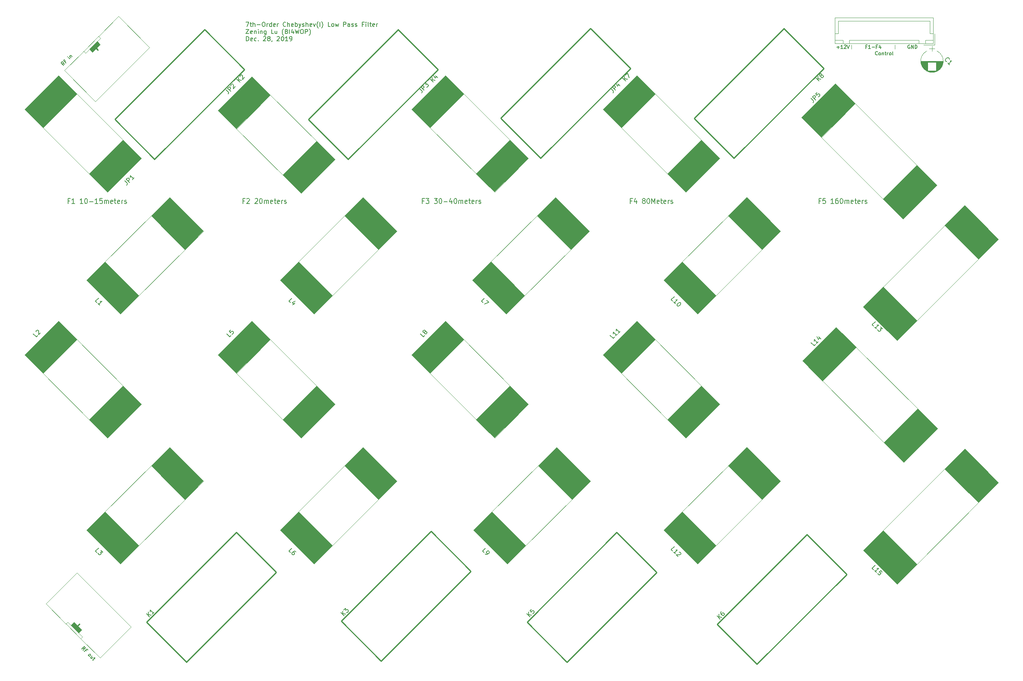
<source format=gbr>
%TF.GenerationSoftware,KiCad,Pcbnew,(5.1.4)-1*%
%TF.CreationDate,2019-12-28T21:17:41+08:00*%
%TF.ProjectId,LPF,4c50462e-6b69-4636-9164-5f7063625858,rev?*%
%TF.SameCoordinates,Original*%
%TF.FileFunction,Legend,Top*%
%TF.FilePolarity,Positive*%
%FSLAX46Y46*%
G04 Gerber Fmt 4.6, Leading zero omitted, Abs format (unit mm)*
G04 Created by KiCad (PCBNEW (5.1.4)-1) date 2019-12-28 21:17:41*
%MOMM*%
%LPD*%
G04 APERTURE LIST*
%ADD10C,0.150000*%
%ADD11C,0.200000*%
%ADD12C,0.120000*%
%ADD13C,0.100000*%
%ADD14C,0.250000*%
%ADD15C,0.300000*%
G04 APERTURE END LIST*
D10*
X32240357Y-21802380D02*
X32907023Y-21802380D01*
X32478452Y-22802380D01*
X33145119Y-22135714D02*
X33526071Y-22135714D01*
X33287976Y-21802380D02*
X33287976Y-22659523D01*
X33335595Y-22754761D01*
X33430833Y-22802380D01*
X33526071Y-22802380D01*
X33859404Y-22802380D02*
X33859404Y-21802380D01*
X34287976Y-22802380D02*
X34287976Y-22278571D01*
X34240357Y-22183333D01*
X34145119Y-22135714D01*
X34002261Y-22135714D01*
X33907023Y-22183333D01*
X33859404Y-22230952D01*
X34764166Y-22421428D02*
X35526071Y-22421428D01*
X36192738Y-21802380D02*
X36383214Y-21802380D01*
X36478452Y-21850000D01*
X36573690Y-21945238D01*
X36621309Y-22135714D01*
X36621309Y-22469047D01*
X36573690Y-22659523D01*
X36478452Y-22754761D01*
X36383214Y-22802380D01*
X36192738Y-22802380D01*
X36097500Y-22754761D01*
X36002261Y-22659523D01*
X35954642Y-22469047D01*
X35954642Y-22135714D01*
X36002261Y-21945238D01*
X36097500Y-21850000D01*
X36192738Y-21802380D01*
X37049880Y-22802380D02*
X37049880Y-22135714D01*
X37049880Y-22326190D02*
X37097500Y-22230952D01*
X37145119Y-22183333D01*
X37240357Y-22135714D01*
X37335595Y-22135714D01*
X38097500Y-22802380D02*
X38097500Y-21802380D01*
X38097500Y-22754761D02*
X38002261Y-22802380D01*
X37811785Y-22802380D01*
X37716547Y-22754761D01*
X37668928Y-22707142D01*
X37621309Y-22611904D01*
X37621309Y-22326190D01*
X37668928Y-22230952D01*
X37716547Y-22183333D01*
X37811785Y-22135714D01*
X38002261Y-22135714D01*
X38097500Y-22183333D01*
X38954642Y-22754761D02*
X38859404Y-22802380D01*
X38668928Y-22802380D01*
X38573690Y-22754761D01*
X38526071Y-22659523D01*
X38526071Y-22278571D01*
X38573690Y-22183333D01*
X38668928Y-22135714D01*
X38859404Y-22135714D01*
X38954642Y-22183333D01*
X39002261Y-22278571D01*
X39002261Y-22373809D01*
X38526071Y-22469047D01*
X39430833Y-22802380D02*
X39430833Y-22135714D01*
X39430833Y-22326190D02*
X39478452Y-22230952D01*
X39526071Y-22183333D01*
X39621309Y-22135714D01*
X39716547Y-22135714D01*
X41383214Y-22707142D02*
X41335595Y-22754761D01*
X41192738Y-22802380D01*
X41097500Y-22802380D01*
X40954642Y-22754761D01*
X40859404Y-22659523D01*
X40811785Y-22564285D01*
X40764166Y-22373809D01*
X40764166Y-22230952D01*
X40811785Y-22040476D01*
X40859404Y-21945238D01*
X40954642Y-21850000D01*
X41097500Y-21802380D01*
X41192738Y-21802380D01*
X41335595Y-21850000D01*
X41383214Y-21897619D01*
X41811785Y-22802380D02*
X41811785Y-21802380D01*
X42240357Y-22802380D02*
X42240357Y-22278571D01*
X42192738Y-22183333D01*
X42097500Y-22135714D01*
X41954642Y-22135714D01*
X41859404Y-22183333D01*
X41811785Y-22230952D01*
X43097500Y-22754761D02*
X43002261Y-22802380D01*
X42811785Y-22802380D01*
X42716547Y-22754761D01*
X42668928Y-22659523D01*
X42668928Y-22278571D01*
X42716547Y-22183333D01*
X42811785Y-22135714D01*
X43002261Y-22135714D01*
X43097500Y-22183333D01*
X43145119Y-22278571D01*
X43145119Y-22373809D01*
X42668928Y-22469047D01*
X43573690Y-22802380D02*
X43573690Y-21802380D01*
X43573690Y-22183333D02*
X43668928Y-22135714D01*
X43859404Y-22135714D01*
X43954642Y-22183333D01*
X44002261Y-22230952D01*
X44049880Y-22326190D01*
X44049880Y-22611904D01*
X44002261Y-22707142D01*
X43954642Y-22754761D01*
X43859404Y-22802380D01*
X43668928Y-22802380D01*
X43573690Y-22754761D01*
X44383214Y-22135714D02*
X44621309Y-22802380D01*
X44859404Y-22135714D02*
X44621309Y-22802380D01*
X44526071Y-23040476D01*
X44478452Y-23088095D01*
X44383214Y-23135714D01*
X45192738Y-22754761D02*
X45287976Y-22802380D01*
X45478452Y-22802380D01*
X45573690Y-22754761D01*
X45621309Y-22659523D01*
X45621309Y-22611904D01*
X45573690Y-22516666D01*
X45478452Y-22469047D01*
X45335595Y-22469047D01*
X45240357Y-22421428D01*
X45192738Y-22326190D01*
X45192738Y-22278571D01*
X45240357Y-22183333D01*
X45335595Y-22135714D01*
X45478452Y-22135714D01*
X45573690Y-22183333D01*
X46049880Y-22802380D02*
X46049880Y-21802380D01*
X46478452Y-22802380D02*
X46478452Y-22278571D01*
X46430833Y-22183333D01*
X46335595Y-22135714D01*
X46192738Y-22135714D01*
X46097500Y-22183333D01*
X46049880Y-22230952D01*
X47335595Y-22754761D02*
X47240357Y-22802380D01*
X47049880Y-22802380D01*
X46954642Y-22754761D01*
X46907023Y-22659523D01*
X46907023Y-22278571D01*
X46954642Y-22183333D01*
X47049880Y-22135714D01*
X47240357Y-22135714D01*
X47335595Y-22183333D01*
X47383214Y-22278571D01*
X47383214Y-22373809D01*
X46907023Y-22469047D01*
X47716547Y-22135714D02*
X47954642Y-22802380D01*
X48192738Y-22135714D01*
X48859404Y-23183333D02*
X48811785Y-23135714D01*
X48716547Y-22992857D01*
X48668928Y-22897619D01*
X48621309Y-22754761D01*
X48573690Y-22516666D01*
X48573690Y-22326190D01*
X48621309Y-22088095D01*
X48668928Y-21945238D01*
X48716547Y-21850000D01*
X48811785Y-21707142D01*
X48859404Y-21659523D01*
X49240357Y-22802380D02*
X49240357Y-21802380D01*
X49621309Y-23183333D02*
X49668928Y-23135714D01*
X49764166Y-22992857D01*
X49811785Y-22897619D01*
X49859404Y-22754761D01*
X49907023Y-22516666D01*
X49907023Y-22326190D01*
X49859404Y-22088095D01*
X49811785Y-21945238D01*
X49764166Y-21850000D01*
X49668928Y-21707142D01*
X49621309Y-21659523D01*
X51621309Y-22802380D02*
X51145119Y-22802380D01*
X51145119Y-21802380D01*
X52097500Y-22802380D02*
X52002261Y-22754761D01*
X51954642Y-22707142D01*
X51907023Y-22611904D01*
X51907023Y-22326190D01*
X51954642Y-22230952D01*
X52002261Y-22183333D01*
X52097500Y-22135714D01*
X52240357Y-22135714D01*
X52335595Y-22183333D01*
X52383214Y-22230952D01*
X52430833Y-22326190D01*
X52430833Y-22611904D01*
X52383214Y-22707142D01*
X52335595Y-22754761D01*
X52240357Y-22802380D01*
X52097500Y-22802380D01*
X52764166Y-22135714D02*
X52954642Y-22802380D01*
X53145119Y-22326190D01*
X53335595Y-22802380D01*
X53526071Y-22135714D01*
X54668928Y-22802380D02*
X54668928Y-21802380D01*
X55049880Y-21802380D01*
X55145119Y-21850000D01*
X55192738Y-21897619D01*
X55240357Y-21992857D01*
X55240357Y-22135714D01*
X55192738Y-22230952D01*
X55145119Y-22278571D01*
X55049880Y-22326190D01*
X54668928Y-22326190D01*
X56097500Y-22802380D02*
X56097500Y-22278571D01*
X56049880Y-22183333D01*
X55954642Y-22135714D01*
X55764166Y-22135714D01*
X55668928Y-22183333D01*
X56097500Y-22754761D02*
X56002261Y-22802380D01*
X55764166Y-22802380D01*
X55668928Y-22754761D01*
X55621309Y-22659523D01*
X55621309Y-22564285D01*
X55668928Y-22469047D01*
X55764166Y-22421428D01*
X56002261Y-22421428D01*
X56097500Y-22373809D01*
X56526071Y-22754761D02*
X56621309Y-22802380D01*
X56811785Y-22802380D01*
X56907023Y-22754761D01*
X56954642Y-22659523D01*
X56954642Y-22611904D01*
X56907023Y-22516666D01*
X56811785Y-22469047D01*
X56668928Y-22469047D01*
X56573690Y-22421428D01*
X56526071Y-22326190D01*
X56526071Y-22278571D01*
X56573690Y-22183333D01*
X56668928Y-22135714D01*
X56811785Y-22135714D01*
X56907023Y-22183333D01*
X57335595Y-22754761D02*
X57430833Y-22802380D01*
X57621309Y-22802380D01*
X57716547Y-22754761D01*
X57764166Y-22659523D01*
X57764166Y-22611904D01*
X57716547Y-22516666D01*
X57621309Y-22469047D01*
X57478452Y-22469047D01*
X57383214Y-22421428D01*
X57335595Y-22326190D01*
X57335595Y-22278571D01*
X57383214Y-22183333D01*
X57478452Y-22135714D01*
X57621309Y-22135714D01*
X57716547Y-22183333D01*
X59287976Y-22278571D02*
X58954642Y-22278571D01*
X58954642Y-22802380D02*
X58954642Y-21802380D01*
X59430833Y-21802380D01*
X59811785Y-22802380D02*
X59811785Y-22135714D01*
X59811785Y-21802380D02*
X59764166Y-21850000D01*
X59811785Y-21897619D01*
X59859404Y-21850000D01*
X59811785Y-21802380D01*
X59811785Y-21897619D01*
X60430833Y-22802380D02*
X60335595Y-22754761D01*
X60287976Y-22659523D01*
X60287976Y-21802380D01*
X60668928Y-22135714D02*
X61049880Y-22135714D01*
X60811785Y-21802380D02*
X60811785Y-22659523D01*
X60859404Y-22754761D01*
X60954642Y-22802380D01*
X61049880Y-22802380D01*
X61764166Y-22754761D02*
X61668928Y-22802380D01*
X61478452Y-22802380D01*
X61383214Y-22754761D01*
X61335595Y-22659523D01*
X61335595Y-22278571D01*
X61383214Y-22183333D01*
X61478452Y-22135714D01*
X61668928Y-22135714D01*
X61764166Y-22183333D01*
X61811785Y-22278571D01*
X61811785Y-22373809D01*
X61335595Y-22469047D01*
X62240357Y-22802380D02*
X62240357Y-22135714D01*
X62240357Y-22326190D02*
X62287976Y-22230952D01*
X62335595Y-22183333D01*
X62430833Y-22135714D01*
X62526071Y-22135714D01*
X32240357Y-23452380D02*
X32907023Y-23452380D01*
X32240357Y-24452380D01*
X32907023Y-24452380D01*
X33668928Y-24404761D02*
X33573690Y-24452380D01*
X33383214Y-24452380D01*
X33287976Y-24404761D01*
X33240357Y-24309523D01*
X33240357Y-23928571D01*
X33287976Y-23833333D01*
X33383214Y-23785714D01*
X33573690Y-23785714D01*
X33668928Y-23833333D01*
X33716547Y-23928571D01*
X33716547Y-24023809D01*
X33240357Y-24119047D01*
X34145119Y-23785714D02*
X34145119Y-24452380D01*
X34145119Y-23880952D02*
X34192738Y-23833333D01*
X34287976Y-23785714D01*
X34430833Y-23785714D01*
X34526071Y-23833333D01*
X34573690Y-23928571D01*
X34573690Y-24452380D01*
X35049880Y-24452380D02*
X35049880Y-23785714D01*
X35049880Y-23452380D02*
X35002261Y-23500000D01*
X35049880Y-23547619D01*
X35097500Y-23500000D01*
X35049880Y-23452380D01*
X35049880Y-23547619D01*
X35526071Y-23785714D02*
X35526071Y-24452380D01*
X35526071Y-23880952D02*
X35573690Y-23833333D01*
X35668928Y-23785714D01*
X35811785Y-23785714D01*
X35907023Y-23833333D01*
X35954642Y-23928571D01*
X35954642Y-24452380D01*
X36859404Y-23785714D02*
X36859404Y-24595238D01*
X36811785Y-24690476D01*
X36764166Y-24738095D01*
X36668928Y-24785714D01*
X36526071Y-24785714D01*
X36430833Y-24738095D01*
X36859404Y-24404761D02*
X36764166Y-24452380D01*
X36573690Y-24452380D01*
X36478452Y-24404761D01*
X36430833Y-24357142D01*
X36383214Y-24261904D01*
X36383214Y-23976190D01*
X36430833Y-23880952D01*
X36478452Y-23833333D01*
X36573690Y-23785714D01*
X36764166Y-23785714D01*
X36859404Y-23833333D01*
X38573690Y-24452380D02*
X38097500Y-24452380D01*
X38097500Y-23452380D01*
X39335595Y-23785714D02*
X39335595Y-24452380D01*
X38907023Y-23785714D02*
X38907023Y-24309523D01*
X38954642Y-24404761D01*
X39049880Y-24452380D01*
X39192738Y-24452380D01*
X39287976Y-24404761D01*
X39335595Y-24357142D01*
X40859404Y-24833333D02*
X40811785Y-24785714D01*
X40716547Y-24642857D01*
X40668928Y-24547619D01*
X40621309Y-24404761D01*
X40573690Y-24166666D01*
X40573690Y-23976190D01*
X40621309Y-23738095D01*
X40668928Y-23595238D01*
X40716547Y-23500000D01*
X40811785Y-23357142D01*
X40859404Y-23309523D01*
X41573690Y-23928571D02*
X41716547Y-23976190D01*
X41764166Y-24023809D01*
X41811785Y-24119047D01*
X41811785Y-24261904D01*
X41764166Y-24357142D01*
X41716547Y-24404761D01*
X41621309Y-24452380D01*
X41240357Y-24452380D01*
X41240357Y-23452380D01*
X41573690Y-23452380D01*
X41668928Y-23500000D01*
X41716547Y-23547619D01*
X41764166Y-23642857D01*
X41764166Y-23738095D01*
X41716547Y-23833333D01*
X41668928Y-23880952D01*
X41573690Y-23928571D01*
X41240357Y-23928571D01*
X42240357Y-24452380D02*
X42240357Y-23452380D01*
X43145119Y-23785714D02*
X43145119Y-24452380D01*
X42907023Y-23404761D02*
X42668928Y-24119047D01*
X43287976Y-24119047D01*
X43573690Y-23452380D02*
X43811785Y-24452380D01*
X44002261Y-23738095D01*
X44192738Y-24452380D01*
X44430833Y-23452380D01*
X45002261Y-23452380D02*
X45192738Y-23452380D01*
X45287976Y-23500000D01*
X45383214Y-23595238D01*
X45430833Y-23785714D01*
X45430833Y-24119047D01*
X45383214Y-24309523D01*
X45287976Y-24404761D01*
X45192738Y-24452380D01*
X45002261Y-24452380D01*
X44907023Y-24404761D01*
X44811785Y-24309523D01*
X44764166Y-24119047D01*
X44764166Y-23785714D01*
X44811785Y-23595238D01*
X44907023Y-23500000D01*
X45002261Y-23452380D01*
X45859404Y-24452380D02*
X45859404Y-23452380D01*
X46240357Y-23452380D01*
X46335595Y-23500000D01*
X46383214Y-23547619D01*
X46430833Y-23642857D01*
X46430833Y-23785714D01*
X46383214Y-23880952D01*
X46335595Y-23928571D01*
X46240357Y-23976190D01*
X45859404Y-23976190D01*
X46764166Y-24833333D02*
X46811785Y-24785714D01*
X46907023Y-24642857D01*
X46954642Y-24547619D01*
X47002261Y-24404761D01*
X47049880Y-24166666D01*
X47049880Y-23976190D01*
X47002261Y-23738095D01*
X46954642Y-23595238D01*
X46907023Y-23500000D01*
X46811785Y-23357142D01*
X46764166Y-23309523D01*
X32335595Y-26102380D02*
X32335595Y-25102380D01*
X32573690Y-25102380D01*
X32716547Y-25150000D01*
X32811785Y-25245238D01*
X32859404Y-25340476D01*
X32907023Y-25530952D01*
X32907023Y-25673809D01*
X32859404Y-25864285D01*
X32811785Y-25959523D01*
X32716547Y-26054761D01*
X32573690Y-26102380D01*
X32335595Y-26102380D01*
X33716547Y-26054761D02*
X33621309Y-26102380D01*
X33430833Y-26102380D01*
X33335595Y-26054761D01*
X33287976Y-25959523D01*
X33287976Y-25578571D01*
X33335595Y-25483333D01*
X33430833Y-25435714D01*
X33621309Y-25435714D01*
X33716547Y-25483333D01*
X33764166Y-25578571D01*
X33764166Y-25673809D01*
X33287976Y-25769047D01*
X34621309Y-26054761D02*
X34526071Y-26102380D01*
X34335595Y-26102380D01*
X34240357Y-26054761D01*
X34192738Y-26007142D01*
X34145119Y-25911904D01*
X34145119Y-25626190D01*
X34192738Y-25530952D01*
X34240357Y-25483333D01*
X34335595Y-25435714D01*
X34526071Y-25435714D01*
X34621309Y-25483333D01*
X35049880Y-26007142D02*
X35097500Y-26054761D01*
X35049880Y-26102380D01*
X35002261Y-26054761D01*
X35049880Y-26007142D01*
X35049880Y-26102380D01*
X36240357Y-25197619D02*
X36287976Y-25150000D01*
X36383214Y-25102380D01*
X36621309Y-25102380D01*
X36716547Y-25150000D01*
X36764166Y-25197619D01*
X36811785Y-25292857D01*
X36811785Y-25388095D01*
X36764166Y-25530952D01*
X36192738Y-26102380D01*
X36811785Y-26102380D01*
X37383214Y-25530952D02*
X37287976Y-25483333D01*
X37240357Y-25435714D01*
X37192738Y-25340476D01*
X37192738Y-25292857D01*
X37240357Y-25197619D01*
X37287976Y-25150000D01*
X37383214Y-25102380D01*
X37573690Y-25102380D01*
X37668928Y-25150000D01*
X37716547Y-25197619D01*
X37764166Y-25292857D01*
X37764166Y-25340476D01*
X37716547Y-25435714D01*
X37668928Y-25483333D01*
X37573690Y-25530952D01*
X37383214Y-25530952D01*
X37287976Y-25578571D01*
X37240357Y-25626190D01*
X37192738Y-25721428D01*
X37192738Y-25911904D01*
X37240357Y-26007142D01*
X37287976Y-26054761D01*
X37383214Y-26102380D01*
X37573690Y-26102380D01*
X37668928Y-26054761D01*
X37716547Y-26007142D01*
X37764166Y-25911904D01*
X37764166Y-25721428D01*
X37716547Y-25626190D01*
X37668928Y-25578571D01*
X37573690Y-25530952D01*
X38240357Y-26054761D02*
X38240357Y-26102380D01*
X38192738Y-26197619D01*
X38145119Y-26245238D01*
X39383214Y-25197619D02*
X39430833Y-25150000D01*
X39526071Y-25102380D01*
X39764166Y-25102380D01*
X39859404Y-25150000D01*
X39907023Y-25197619D01*
X39954642Y-25292857D01*
X39954642Y-25388095D01*
X39907023Y-25530952D01*
X39335595Y-26102380D01*
X39954642Y-26102380D01*
X40573690Y-25102380D02*
X40668928Y-25102380D01*
X40764166Y-25150000D01*
X40811785Y-25197619D01*
X40859404Y-25292857D01*
X40907023Y-25483333D01*
X40907023Y-25721428D01*
X40859404Y-25911904D01*
X40811785Y-26007142D01*
X40764166Y-26054761D01*
X40668928Y-26102380D01*
X40573690Y-26102380D01*
X40478452Y-26054761D01*
X40430833Y-26007142D01*
X40383214Y-25911904D01*
X40335595Y-25721428D01*
X40335595Y-25483333D01*
X40383214Y-25292857D01*
X40430833Y-25197619D01*
X40478452Y-25150000D01*
X40573690Y-25102380D01*
X41859404Y-26102380D02*
X41287976Y-26102380D01*
X41573690Y-26102380D02*
X41573690Y-25102380D01*
X41478452Y-25245238D01*
X41383214Y-25340476D01*
X41287976Y-25388095D01*
X42335595Y-26102380D02*
X42526071Y-26102380D01*
X42621309Y-26054761D01*
X42668928Y-26007142D01*
X42764166Y-25864285D01*
X42811785Y-25673809D01*
X42811785Y-25292857D01*
X42764166Y-25197619D01*
X42716547Y-25150000D01*
X42621309Y-25102380D01*
X42430833Y-25102380D01*
X42335595Y-25150000D01*
X42287976Y-25197619D01*
X42240357Y-25292857D01*
X42240357Y-25530952D01*
X42287976Y-25626190D01*
X42335595Y-25673809D01*
X42430833Y-25721428D01*
X42621309Y-25721428D01*
X42716547Y-25673809D01*
X42764166Y-25626190D01*
X42811785Y-25530952D01*
D11*
X164366666Y-62914285D02*
X164000000Y-62914285D01*
X164000000Y-63542857D02*
X164000000Y-62342857D01*
X164523809Y-62342857D01*
X165466666Y-62342857D02*
X164942857Y-62342857D01*
X164890476Y-62914285D01*
X164942857Y-62857142D01*
X165047619Y-62800000D01*
X165309523Y-62800000D01*
X165414285Y-62857142D01*
X165466666Y-62914285D01*
X165519047Y-63028571D01*
X165519047Y-63314285D01*
X165466666Y-63428571D01*
X165414285Y-63485714D01*
X165309523Y-63542857D01*
X165047619Y-63542857D01*
X164942857Y-63485714D01*
X164890476Y-63428571D01*
X167404761Y-63542857D02*
X166776190Y-63542857D01*
X167090476Y-63542857D02*
X167090476Y-62342857D01*
X166985714Y-62514285D01*
X166880952Y-62628571D01*
X166776190Y-62685714D01*
X168347619Y-62342857D02*
X168138095Y-62342857D01*
X168033333Y-62400000D01*
X167980952Y-62457142D01*
X167876190Y-62628571D01*
X167823809Y-62857142D01*
X167823809Y-63314285D01*
X167876190Y-63428571D01*
X167928571Y-63485714D01*
X168033333Y-63542857D01*
X168242857Y-63542857D01*
X168347619Y-63485714D01*
X168400000Y-63428571D01*
X168452380Y-63314285D01*
X168452380Y-63028571D01*
X168400000Y-62914285D01*
X168347619Y-62857142D01*
X168242857Y-62800000D01*
X168033333Y-62800000D01*
X167928571Y-62857142D01*
X167876190Y-62914285D01*
X167823809Y-63028571D01*
X169133333Y-62342857D02*
X169238095Y-62342857D01*
X169342857Y-62400000D01*
X169395238Y-62457142D01*
X169447619Y-62571428D01*
X169500000Y-62800000D01*
X169500000Y-63085714D01*
X169447619Y-63314285D01*
X169395238Y-63428571D01*
X169342857Y-63485714D01*
X169238095Y-63542857D01*
X169133333Y-63542857D01*
X169028571Y-63485714D01*
X168976190Y-63428571D01*
X168923809Y-63314285D01*
X168871428Y-63085714D01*
X168871428Y-62800000D01*
X168923809Y-62571428D01*
X168976190Y-62457142D01*
X169028571Y-62400000D01*
X169133333Y-62342857D01*
X169971428Y-63542857D02*
X169971428Y-62742857D01*
X169971428Y-62857142D02*
X170023809Y-62800000D01*
X170128571Y-62742857D01*
X170285714Y-62742857D01*
X170390476Y-62800000D01*
X170442857Y-62914285D01*
X170442857Y-63542857D01*
X170442857Y-62914285D02*
X170495238Y-62800000D01*
X170600000Y-62742857D01*
X170757142Y-62742857D01*
X170861904Y-62800000D01*
X170914285Y-62914285D01*
X170914285Y-63542857D01*
X171857142Y-63485714D02*
X171752380Y-63542857D01*
X171542857Y-63542857D01*
X171438095Y-63485714D01*
X171385714Y-63371428D01*
X171385714Y-62914285D01*
X171438095Y-62800000D01*
X171542857Y-62742857D01*
X171752380Y-62742857D01*
X171857142Y-62800000D01*
X171909523Y-62914285D01*
X171909523Y-63028571D01*
X171385714Y-63142857D01*
X172223809Y-62742857D02*
X172642857Y-62742857D01*
X172380952Y-62342857D02*
X172380952Y-63371428D01*
X172433333Y-63485714D01*
X172538095Y-63542857D01*
X172642857Y-63542857D01*
X173428571Y-63485714D02*
X173323809Y-63542857D01*
X173114285Y-63542857D01*
X173009523Y-63485714D01*
X172957142Y-63371428D01*
X172957142Y-62914285D01*
X173009523Y-62800000D01*
X173114285Y-62742857D01*
X173323809Y-62742857D01*
X173428571Y-62800000D01*
X173480952Y-62914285D01*
X173480952Y-63028571D01*
X172957142Y-63142857D01*
X173952380Y-63542857D02*
X173952380Y-62742857D01*
X173952380Y-62971428D02*
X174004761Y-62857142D01*
X174057142Y-62800000D01*
X174161904Y-62742857D01*
X174266666Y-62742857D01*
X174580952Y-63485714D02*
X174685714Y-63542857D01*
X174895238Y-63542857D01*
X175000000Y-63485714D01*
X175052380Y-63371428D01*
X175052380Y-63314285D01*
X175000000Y-63200000D01*
X174895238Y-63142857D01*
X174738095Y-63142857D01*
X174633333Y-63085714D01*
X174580952Y-62971428D01*
X174580952Y-62914285D01*
X174633333Y-62800000D01*
X174738095Y-62742857D01*
X174895238Y-62742857D01*
X175000000Y-62800000D01*
X120995238Y-62914285D02*
X120628571Y-62914285D01*
X120628571Y-63542857D02*
X120628571Y-62342857D01*
X121152380Y-62342857D01*
X122042857Y-62742857D02*
X122042857Y-63542857D01*
X121780952Y-62285714D02*
X121519047Y-63142857D01*
X122200000Y-63142857D01*
X123614285Y-62857142D02*
X123509523Y-62800000D01*
X123457142Y-62742857D01*
X123404761Y-62628571D01*
X123404761Y-62571428D01*
X123457142Y-62457142D01*
X123509523Y-62400000D01*
X123614285Y-62342857D01*
X123823809Y-62342857D01*
X123928571Y-62400000D01*
X123980952Y-62457142D01*
X124033333Y-62571428D01*
X124033333Y-62628571D01*
X123980952Y-62742857D01*
X123928571Y-62800000D01*
X123823809Y-62857142D01*
X123614285Y-62857142D01*
X123509523Y-62914285D01*
X123457142Y-62971428D01*
X123404761Y-63085714D01*
X123404761Y-63314285D01*
X123457142Y-63428571D01*
X123509523Y-63485714D01*
X123614285Y-63542857D01*
X123823809Y-63542857D01*
X123928571Y-63485714D01*
X123980952Y-63428571D01*
X124033333Y-63314285D01*
X124033333Y-63085714D01*
X123980952Y-62971428D01*
X123928571Y-62914285D01*
X123823809Y-62857142D01*
X124714285Y-62342857D02*
X124819047Y-62342857D01*
X124923809Y-62400000D01*
X124976190Y-62457142D01*
X125028571Y-62571428D01*
X125080952Y-62800000D01*
X125080952Y-63085714D01*
X125028571Y-63314285D01*
X124976190Y-63428571D01*
X124923809Y-63485714D01*
X124819047Y-63542857D01*
X124714285Y-63542857D01*
X124609523Y-63485714D01*
X124557142Y-63428571D01*
X124504761Y-63314285D01*
X124452380Y-63085714D01*
X124452380Y-62800000D01*
X124504761Y-62571428D01*
X124557142Y-62457142D01*
X124609523Y-62400000D01*
X124714285Y-62342857D01*
X125552380Y-63542857D02*
X125552380Y-62342857D01*
X125919047Y-63200000D01*
X126285714Y-62342857D01*
X126285714Y-63542857D01*
X127228571Y-63485714D02*
X127123809Y-63542857D01*
X126914285Y-63542857D01*
X126809523Y-63485714D01*
X126757142Y-63371428D01*
X126757142Y-62914285D01*
X126809523Y-62800000D01*
X126914285Y-62742857D01*
X127123809Y-62742857D01*
X127228571Y-62800000D01*
X127280952Y-62914285D01*
X127280952Y-63028571D01*
X126757142Y-63142857D01*
X127595238Y-62742857D02*
X128014285Y-62742857D01*
X127752380Y-62342857D02*
X127752380Y-63371428D01*
X127804761Y-63485714D01*
X127909523Y-63542857D01*
X128014285Y-63542857D01*
X128800000Y-63485714D02*
X128695238Y-63542857D01*
X128485714Y-63542857D01*
X128380952Y-63485714D01*
X128328571Y-63371428D01*
X128328571Y-62914285D01*
X128380952Y-62800000D01*
X128485714Y-62742857D01*
X128695238Y-62742857D01*
X128800000Y-62800000D01*
X128852380Y-62914285D01*
X128852380Y-63028571D01*
X128328571Y-63142857D01*
X129323809Y-63542857D02*
X129323809Y-62742857D01*
X129323809Y-62971428D02*
X129376190Y-62857142D01*
X129428571Y-62800000D01*
X129533333Y-62742857D01*
X129638095Y-62742857D01*
X129952380Y-63485714D02*
X130057142Y-63542857D01*
X130266666Y-63542857D01*
X130371428Y-63485714D01*
X130423809Y-63371428D01*
X130423809Y-63314285D01*
X130371428Y-63200000D01*
X130266666Y-63142857D01*
X130109523Y-63142857D01*
X130004761Y-63085714D01*
X129952380Y-62971428D01*
X129952380Y-62914285D01*
X130004761Y-62800000D01*
X130109523Y-62742857D01*
X130266666Y-62742857D01*
X130371428Y-62800000D01*
X73161904Y-62914285D02*
X72795238Y-62914285D01*
X72795238Y-63542857D02*
X72795238Y-62342857D01*
X73319047Y-62342857D01*
X73633333Y-62342857D02*
X74314285Y-62342857D01*
X73947619Y-62800000D01*
X74104761Y-62800000D01*
X74209523Y-62857142D01*
X74261904Y-62914285D01*
X74314285Y-63028571D01*
X74314285Y-63314285D01*
X74261904Y-63428571D01*
X74209523Y-63485714D01*
X74104761Y-63542857D01*
X73790476Y-63542857D01*
X73685714Y-63485714D01*
X73633333Y-63428571D01*
X75519047Y-62342857D02*
X76200000Y-62342857D01*
X75833333Y-62800000D01*
X75990476Y-62800000D01*
X76095238Y-62857142D01*
X76147619Y-62914285D01*
X76200000Y-63028571D01*
X76200000Y-63314285D01*
X76147619Y-63428571D01*
X76095238Y-63485714D01*
X75990476Y-63542857D01*
X75676190Y-63542857D01*
X75571428Y-63485714D01*
X75519047Y-63428571D01*
X76880952Y-62342857D02*
X76985714Y-62342857D01*
X77090476Y-62400000D01*
X77142857Y-62457142D01*
X77195238Y-62571428D01*
X77247619Y-62800000D01*
X77247619Y-63085714D01*
X77195238Y-63314285D01*
X77142857Y-63428571D01*
X77090476Y-63485714D01*
X76985714Y-63542857D01*
X76880952Y-63542857D01*
X76776190Y-63485714D01*
X76723809Y-63428571D01*
X76671428Y-63314285D01*
X76619047Y-63085714D01*
X76619047Y-62800000D01*
X76671428Y-62571428D01*
X76723809Y-62457142D01*
X76776190Y-62400000D01*
X76880952Y-62342857D01*
X77719047Y-63085714D02*
X78557142Y-63085714D01*
X79552380Y-62742857D02*
X79552380Y-63542857D01*
X79290476Y-62285714D02*
X79028571Y-63142857D01*
X79709523Y-63142857D01*
X80338095Y-62342857D02*
X80442857Y-62342857D01*
X80547619Y-62400000D01*
X80600000Y-62457142D01*
X80652380Y-62571428D01*
X80704761Y-62800000D01*
X80704761Y-63085714D01*
X80652380Y-63314285D01*
X80600000Y-63428571D01*
X80547619Y-63485714D01*
X80442857Y-63542857D01*
X80338095Y-63542857D01*
X80233333Y-63485714D01*
X80180952Y-63428571D01*
X80128571Y-63314285D01*
X80076190Y-63085714D01*
X80076190Y-62800000D01*
X80128571Y-62571428D01*
X80180952Y-62457142D01*
X80233333Y-62400000D01*
X80338095Y-62342857D01*
X81176190Y-63542857D02*
X81176190Y-62742857D01*
X81176190Y-62857142D02*
X81228571Y-62800000D01*
X81333333Y-62742857D01*
X81490476Y-62742857D01*
X81595238Y-62800000D01*
X81647619Y-62914285D01*
X81647619Y-63542857D01*
X81647619Y-62914285D02*
X81700000Y-62800000D01*
X81804761Y-62742857D01*
X81961904Y-62742857D01*
X82066666Y-62800000D01*
X82119047Y-62914285D01*
X82119047Y-63542857D01*
X83061904Y-63485714D02*
X82957142Y-63542857D01*
X82747619Y-63542857D01*
X82642857Y-63485714D01*
X82590476Y-63371428D01*
X82590476Y-62914285D01*
X82642857Y-62800000D01*
X82747619Y-62742857D01*
X82957142Y-62742857D01*
X83061904Y-62800000D01*
X83114285Y-62914285D01*
X83114285Y-63028571D01*
X82590476Y-63142857D01*
X83428571Y-62742857D02*
X83847619Y-62742857D01*
X83585714Y-62342857D02*
X83585714Y-63371428D01*
X83638095Y-63485714D01*
X83742857Y-63542857D01*
X83847619Y-63542857D01*
X84633333Y-63485714D02*
X84528571Y-63542857D01*
X84319047Y-63542857D01*
X84214285Y-63485714D01*
X84161904Y-63371428D01*
X84161904Y-62914285D01*
X84214285Y-62800000D01*
X84319047Y-62742857D01*
X84528571Y-62742857D01*
X84633333Y-62800000D01*
X84685714Y-62914285D01*
X84685714Y-63028571D01*
X84161904Y-63142857D01*
X85157142Y-63542857D02*
X85157142Y-62742857D01*
X85157142Y-62971428D02*
X85209523Y-62857142D01*
X85261904Y-62800000D01*
X85366666Y-62742857D01*
X85471428Y-62742857D01*
X85785714Y-63485714D02*
X85890476Y-63542857D01*
X86100000Y-63542857D01*
X86204761Y-63485714D01*
X86257142Y-63371428D01*
X86257142Y-63314285D01*
X86204761Y-63200000D01*
X86100000Y-63142857D01*
X85942857Y-63142857D01*
X85838095Y-63085714D01*
X85785714Y-62971428D01*
X85785714Y-62914285D01*
X85838095Y-62800000D01*
X85942857Y-62742857D01*
X86100000Y-62742857D01*
X86204761Y-62800000D01*
X31890476Y-62914285D02*
X31523809Y-62914285D01*
X31523809Y-63542857D02*
X31523809Y-62342857D01*
X32047619Y-62342857D01*
X32414285Y-62457142D02*
X32466666Y-62400000D01*
X32571428Y-62342857D01*
X32833333Y-62342857D01*
X32938095Y-62400000D01*
X32990476Y-62457142D01*
X33042857Y-62571428D01*
X33042857Y-62685714D01*
X32990476Y-62857142D01*
X32361904Y-63542857D01*
X33042857Y-63542857D01*
X34300000Y-62457142D02*
X34352380Y-62400000D01*
X34457142Y-62342857D01*
X34719047Y-62342857D01*
X34823809Y-62400000D01*
X34876190Y-62457142D01*
X34928571Y-62571428D01*
X34928571Y-62685714D01*
X34876190Y-62857142D01*
X34247619Y-63542857D01*
X34928571Y-63542857D01*
X35609523Y-62342857D02*
X35714285Y-62342857D01*
X35819047Y-62400000D01*
X35871428Y-62457142D01*
X35923809Y-62571428D01*
X35976190Y-62800000D01*
X35976190Y-63085714D01*
X35923809Y-63314285D01*
X35871428Y-63428571D01*
X35819047Y-63485714D01*
X35714285Y-63542857D01*
X35609523Y-63542857D01*
X35504761Y-63485714D01*
X35452380Y-63428571D01*
X35400000Y-63314285D01*
X35347619Y-63085714D01*
X35347619Y-62800000D01*
X35400000Y-62571428D01*
X35452380Y-62457142D01*
X35504761Y-62400000D01*
X35609523Y-62342857D01*
X36447619Y-63542857D02*
X36447619Y-62742857D01*
X36447619Y-62857142D02*
X36500000Y-62800000D01*
X36604761Y-62742857D01*
X36761904Y-62742857D01*
X36866666Y-62800000D01*
X36919047Y-62914285D01*
X36919047Y-63542857D01*
X36919047Y-62914285D02*
X36971428Y-62800000D01*
X37076190Y-62742857D01*
X37233333Y-62742857D01*
X37338095Y-62800000D01*
X37390476Y-62914285D01*
X37390476Y-63542857D01*
X38333333Y-63485714D02*
X38228571Y-63542857D01*
X38019047Y-63542857D01*
X37914285Y-63485714D01*
X37861904Y-63371428D01*
X37861904Y-62914285D01*
X37914285Y-62800000D01*
X38019047Y-62742857D01*
X38228571Y-62742857D01*
X38333333Y-62800000D01*
X38385714Y-62914285D01*
X38385714Y-63028571D01*
X37861904Y-63142857D01*
X38700000Y-62742857D02*
X39119047Y-62742857D01*
X38857142Y-62342857D02*
X38857142Y-63371428D01*
X38909523Y-63485714D01*
X39014285Y-63542857D01*
X39119047Y-63542857D01*
X39904761Y-63485714D02*
X39800000Y-63542857D01*
X39590476Y-63542857D01*
X39485714Y-63485714D01*
X39433333Y-63371428D01*
X39433333Y-62914285D01*
X39485714Y-62800000D01*
X39590476Y-62742857D01*
X39800000Y-62742857D01*
X39904761Y-62800000D01*
X39957142Y-62914285D01*
X39957142Y-63028571D01*
X39433333Y-63142857D01*
X40428571Y-63542857D02*
X40428571Y-62742857D01*
X40428571Y-62971428D02*
X40480952Y-62857142D01*
X40533333Y-62800000D01*
X40638095Y-62742857D01*
X40742857Y-62742857D01*
X41057142Y-63485714D02*
X41161904Y-63542857D01*
X41371428Y-63542857D01*
X41476190Y-63485714D01*
X41528571Y-63371428D01*
X41528571Y-63314285D01*
X41476190Y-63200000D01*
X41371428Y-63142857D01*
X41214285Y-63142857D01*
X41109523Y-63085714D01*
X41057142Y-62971428D01*
X41057142Y-62914285D01*
X41109523Y-62800000D01*
X41214285Y-62742857D01*
X41371428Y-62742857D01*
X41476190Y-62800000D01*
X-8338095Y-62914285D02*
X-8704761Y-62914285D01*
X-8704761Y-63542857D02*
X-8704761Y-62342857D01*
X-8180952Y-62342857D01*
X-7185714Y-63542857D02*
X-7814285Y-63542857D01*
X-7500000Y-63542857D02*
X-7500000Y-62342857D01*
X-7604761Y-62514285D01*
X-7709523Y-62628571D01*
X-7814285Y-62685714D01*
X-5300000Y-63542857D02*
X-5928571Y-63542857D01*
X-5614285Y-63542857D02*
X-5614285Y-62342857D01*
X-5719047Y-62514285D01*
X-5823809Y-62628571D01*
X-5928571Y-62685714D01*
X-4619047Y-62342857D02*
X-4514285Y-62342857D01*
X-4409523Y-62400000D01*
X-4357142Y-62457142D01*
X-4304761Y-62571428D01*
X-4252380Y-62800000D01*
X-4252380Y-63085714D01*
X-4304761Y-63314285D01*
X-4357142Y-63428571D01*
X-4409523Y-63485714D01*
X-4514285Y-63542857D01*
X-4619047Y-63542857D01*
X-4723809Y-63485714D01*
X-4776190Y-63428571D01*
X-4828571Y-63314285D01*
X-4880952Y-63085714D01*
X-4880952Y-62800000D01*
X-4828571Y-62571428D01*
X-4776190Y-62457142D01*
X-4723809Y-62400000D01*
X-4619047Y-62342857D01*
X-3780952Y-63085714D02*
X-2942857Y-63085714D01*
X-1842857Y-63542857D02*
X-2471428Y-63542857D01*
X-2157142Y-63542857D02*
X-2157142Y-62342857D01*
X-2261904Y-62514285D01*
X-2366666Y-62628571D01*
X-2471428Y-62685714D01*
X-847619Y-62342857D02*
X-1371428Y-62342857D01*
X-1423809Y-62914285D01*
X-1371428Y-62857142D01*
X-1266666Y-62800000D01*
X-1004761Y-62800000D01*
X-900000Y-62857142D01*
X-847619Y-62914285D01*
X-795238Y-63028571D01*
X-795238Y-63314285D01*
X-847619Y-63428571D01*
X-900000Y-63485714D01*
X-1004761Y-63542857D01*
X-1266666Y-63542857D01*
X-1371428Y-63485714D01*
X-1423809Y-63428571D01*
X-323809Y-63542857D02*
X-323809Y-62742857D01*
X-323809Y-62857142D02*
X-271428Y-62800000D01*
X-166666Y-62742857D01*
X-9523Y-62742857D01*
X95238Y-62800000D01*
X147619Y-62914285D01*
X147619Y-63542857D01*
X147619Y-62914285D02*
X199999Y-62800000D01*
X304761Y-62742857D01*
X461904Y-62742857D01*
X566666Y-62800000D01*
X619047Y-62914285D01*
X619047Y-63542857D01*
X1561904Y-63485714D02*
X1457142Y-63542857D01*
X1247619Y-63542857D01*
X1142857Y-63485714D01*
X1090476Y-63371428D01*
X1090476Y-62914285D01*
X1142857Y-62800000D01*
X1247619Y-62742857D01*
X1457142Y-62742857D01*
X1561904Y-62800000D01*
X1614285Y-62914285D01*
X1614285Y-63028571D01*
X1090476Y-63142857D01*
X1928571Y-62742857D02*
X2347619Y-62742857D01*
X2085714Y-62342857D02*
X2085714Y-63371428D01*
X2138095Y-63485714D01*
X2242857Y-63542857D01*
X2347619Y-63542857D01*
X3133333Y-63485714D02*
X3028571Y-63542857D01*
X2819047Y-63542857D01*
X2714285Y-63485714D01*
X2661904Y-63371428D01*
X2661904Y-62914285D01*
X2714285Y-62800000D01*
X2819047Y-62742857D01*
X3028571Y-62742857D01*
X3133333Y-62800000D01*
X3185714Y-62914285D01*
X3185714Y-63028571D01*
X2661904Y-63142857D01*
X3657142Y-63542857D02*
X3657142Y-62742857D01*
X3657142Y-62971428D02*
X3709523Y-62857142D01*
X3761904Y-62800000D01*
X3866666Y-62742857D01*
X3971428Y-62742857D01*
X4285714Y-63485714D02*
X4390476Y-63542857D01*
X4600000Y-63542857D01*
X4704761Y-63485714D01*
X4757142Y-63371428D01*
X4757142Y-63314285D01*
X4704761Y-63200000D01*
X4600000Y-63142857D01*
X4442857Y-63142857D01*
X4338095Y-63085714D01*
X4285714Y-62971428D01*
X4285714Y-62914285D01*
X4338095Y-62800000D01*
X4442857Y-62742857D01*
X4600000Y-62742857D01*
X4704761Y-62800000D01*
D12*
X181500000Y-27000000D02*
X181500000Y-28000000D01*
X171500000Y-27000000D02*
X171500000Y-28000000D01*
D10*
X184890476Y-27100000D02*
X184814285Y-27061904D01*
X184700000Y-27061904D01*
X184585714Y-27100000D01*
X184509523Y-27176190D01*
X184471428Y-27252380D01*
X184433333Y-27404761D01*
X184433333Y-27519047D01*
X184471428Y-27671428D01*
X184509523Y-27747619D01*
X184585714Y-27823809D01*
X184700000Y-27861904D01*
X184776190Y-27861904D01*
X184890476Y-27823809D01*
X184928571Y-27785714D01*
X184928571Y-27519047D01*
X184776190Y-27519047D01*
X185271428Y-27861904D02*
X185271428Y-27061904D01*
X185728571Y-27861904D01*
X185728571Y-27061904D01*
X186109523Y-27861904D02*
X186109523Y-27061904D01*
X186300000Y-27061904D01*
X186414285Y-27100000D01*
X186490476Y-27176190D01*
X186528571Y-27252380D01*
X186566666Y-27404761D01*
X186566666Y-27519047D01*
X186528571Y-27671428D01*
X186490476Y-27747619D01*
X186414285Y-27823809D01*
X186300000Y-27861904D01*
X186109523Y-27861904D01*
X175014285Y-27442857D02*
X174747619Y-27442857D01*
X174747619Y-27861904D02*
X174747619Y-27061904D01*
X175128571Y-27061904D01*
X175852380Y-27861904D02*
X175395238Y-27861904D01*
X175623809Y-27861904D02*
X175623809Y-27061904D01*
X175547619Y-27176190D01*
X175471428Y-27252380D01*
X175395238Y-27290476D01*
X176195238Y-27557142D02*
X176804761Y-27557142D01*
X177452380Y-27442857D02*
X177185714Y-27442857D01*
X177185714Y-27861904D02*
X177185714Y-27061904D01*
X177566666Y-27061904D01*
X178214285Y-27328571D02*
X178214285Y-27861904D01*
X178023809Y-27023809D02*
X177833333Y-27595238D01*
X178328571Y-27595238D01*
X168090476Y-27557142D02*
X168700000Y-27557142D01*
X168395238Y-27861904D02*
X168395238Y-27252380D01*
X169500000Y-27861904D02*
X169042857Y-27861904D01*
X169271428Y-27861904D02*
X169271428Y-27061904D01*
X169195238Y-27176190D01*
X169119047Y-27252380D01*
X169042857Y-27290476D01*
X169804761Y-27138095D02*
X169842857Y-27100000D01*
X169919047Y-27061904D01*
X170109523Y-27061904D01*
X170185714Y-27100000D01*
X170223809Y-27138095D01*
X170261904Y-27214285D01*
X170261904Y-27290476D01*
X170223809Y-27404761D01*
X169766666Y-27861904D01*
X170261904Y-27861904D01*
X170490476Y-27061904D02*
X170757142Y-27861904D01*
X171023809Y-27061904D01*
X177476190Y-29285714D02*
X177438095Y-29323809D01*
X177323809Y-29361904D01*
X177247619Y-29361904D01*
X177133333Y-29323809D01*
X177057142Y-29247619D01*
X177019047Y-29171428D01*
X176980952Y-29019047D01*
X176980952Y-28904761D01*
X177019047Y-28752380D01*
X177057142Y-28676190D01*
X177133333Y-28600000D01*
X177247619Y-28561904D01*
X177323809Y-28561904D01*
X177438095Y-28600000D01*
X177476190Y-28638095D01*
X177933333Y-29361904D02*
X177857142Y-29323809D01*
X177819047Y-29285714D01*
X177780952Y-29209523D01*
X177780952Y-28980952D01*
X177819047Y-28904761D01*
X177857142Y-28866666D01*
X177933333Y-28828571D01*
X178047619Y-28828571D01*
X178123809Y-28866666D01*
X178161904Y-28904761D01*
X178200000Y-28980952D01*
X178200000Y-29209523D01*
X178161904Y-29285714D01*
X178123809Y-29323809D01*
X178047619Y-29361904D01*
X177933333Y-29361904D01*
X178542857Y-28828571D02*
X178542857Y-29361904D01*
X178542857Y-28904761D02*
X178580952Y-28866666D01*
X178657142Y-28828571D01*
X178771428Y-28828571D01*
X178847619Y-28866666D01*
X178885714Y-28942857D01*
X178885714Y-29361904D01*
X179152380Y-28828571D02*
X179457142Y-28828571D01*
X179266666Y-28561904D02*
X179266666Y-29247619D01*
X179304761Y-29323809D01*
X179380952Y-29361904D01*
X179457142Y-29361904D01*
X179723809Y-29361904D02*
X179723809Y-28828571D01*
X179723809Y-28980952D02*
X179761904Y-28904761D01*
X179800000Y-28866666D01*
X179876190Y-28828571D01*
X179952380Y-28828571D01*
X180333333Y-29361904D02*
X180257142Y-29323809D01*
X180219047Y-29285714D01*
X180180952Y-29209523D01*
X180180952Y-28980952D01*
X180219047Y-28904761D01*
X180257142Y-28866666D01*
X180333333Y-28828571D01*
X180447619Y-28828571D01*
X180523809Y-28866666D01*
X180561904Y-28904761D01*
X180600000Y-28980952D01*
X180600000Y-29209523D01*
X180561904Y-29285714D01*
X180523809Y-29323809D01*
X180447619Y-29361904D01*
X180333333Y-29361904D01*
X181057142Y-29361904D02*
X180980952Y-29323809D01*
X180942857Y-29247619D01*
X180942857Y-28561904D01*
X-5212183Y-166299627D02*
X-5131370Y-165841691D01*
X-5535431Y-165976378D02*
X-4969746Y-165410693D01*
X-4754247Y-165626192D01*
X-4727309Y-165707004D01*
X-4727309Y-165760879D01*
X-4754247Y-165841691D01*
X-4835059Y-165922503D01*
X-4915871Y-165949441D01*
X-4969746Y-165949441D01*
X-5050558Y-165922503D01*
X-5266057Y-165707004D01*
X-4484873Y-166434314D02*
X-4673435Y-166245752D01*
X-4969746Y-166542064D02*
X-4404061Y-165976378D01*
X-4134687Y-166245752D01*
X-3973062Y-167538748D02*
X-3999999Y-167457935D01*
X-4000000Y-167404061D01*
X-3973062Y-167323248D01*
X-3811438Y-167161624D01*
X-3730625Y-167134687D01*
X-3676751Y-167134687D01*
X-3595938Y-167161624D01*
X-3515126Y-167242436D01*
X-3488189Y-167323248D01*
X-3488189Y-167377123D01*
X-3515126Y-167457935D01*
X-3676751Y-167619560D01*
X-3757563Y-167646497D01*
X-3811438Y-167646497D01*
X-3892250Y-167619560D01*
X-3973062Y-167538748D01*
X-2922503Y-167835059D02*
X-3299627Y-168212183D01*
X-3164940Y-167592622D02*
X-3461251Y-167888934D01*
X-3488189Y-167969746D01*
X-3461251Y-168050558D01*
X-3380439Y-168131370D01*
X-3299627Y-168158308D01*
X-3245752Y-168158308D01*
X-2733942Y-168023621D02*
X-2518442Y-168239120D01*
X-2464568Y-167915871D02*
X-2949441Y-168400744D01*
X-2976378Y-168481557D01*
X-2949441Y-168562369D01*
X-2895566Y-168616244D01*
X-9417529Y-31429340D02*
X-9875465Y-31348528D01*
X-9740778Y-31752589D02*
X-10306463Y-31186903D01*
X-10090964Y-30971404D01*
X-10010152Y-30944467D01*
X-9956277Y-30944467D01*
X-9875465Y-30971404D01*
X-9794653Y-31052216D01*
X-9767715Y-31133028D01*
X-9767715Y-31186903D01*
X-9794653Y-31267715D01*
X-10010152Y-31483215D01*
X-9282842Y-30702030D02*
X-9471404Y-30890592D01*
X-9175093Y-31186903D02*
X-9740778Y-30621218D01*
X-9471404Y-30351844D01*
X-8259221Y-30271032D02*
X-8636345Y-29893908D01*
X-8824906Y-29705346D02*
X-8824906Y-29759221D01*
X-8771032Y-29759221D01*
X-8771032Y-29705346D01*
X-8824906Y-29705346D01*
X-8771032Y-29759221D01*
X-8366971Y-29624534D02*
X-7989847Y-30001658D01*
X-8313096Y-29678409D02*
X-8313096Y-29624534D01*
X-8286158Y-29543722D01*
X-8205346Y-29462910D01*
X-8124534Y-29435972D01*
X-8043722Y-29462910D01*
X-7747410Y-29759221D01*
D13*
G36*
X205306349Y-127721825D02*
G01*
X200710155Y-132318019D01*
X192931981Y-124539845D01*
X197528175Y-119943651D01*
X205306349Y-127721825D01*
G37*
X205306349Y-127721825D02*
X200710155Y-132318019D01*
X192931981Y-124539845D01*
X197528175Y-119943651D01*
X205306349Y-127721825D01*
G36*
X181971825Y-151056349D02*
G01*
X186568019Y-146460155D01*
X178789845Y-138681981D01*
X174193651Y-143278175D01*
X181971825Y-151056349D01*
G37*
X181971825Y-151056349D02*
X186568019Y-146460155D01*
X178789845Y-138681981D01*
X174193651Y-143278175D01*
X181971825Y-151056349D01*
D12*
X205306349Y-127721825D02*
X181971825Y-151056349D01*
X197528175Y-119943651D02*
X205306349Y-127721825D01*
X174193651Y-143278175D02*
X197528175Y-119943651D01*
X181971825Y-151056349D02*
X174193651Y-143278175D01*
D13*
G36*
X183528175Y-123056349D02*
G01*
X178931981Y-118460155D01*
X186710155Y-110681981D01*
X191306349Y-115278175D01*
X183528175Y-123056349D01*
G37*
X183528175Y-123056349D02*
X178931981Y-118460155D01*
X186710155Y-110681981D01*
X191306349Y-115278175D01*
X183528175Y-123056349D01*
G36*
X160193651Y-99721825D02*
G01*
X164789845Y-104318019D01*
X172568019Y-96539845D01*
X167971825Y-91943651D01*
X160193651Y-99721825D01*
G37*
X160193651Y-99721825D02*
X164789845Y-104318019D01*
X172568019Y-96539845D01*
X167971825Y-91943651D01*
X160193651Y-99721825D01*
D12*
X183528175Y-123056349D02*
X160193651Y-99721825D01*
X191306349Y-115278175D02*
X183528175Y-123056349D01*
X167971825Y-91943651D02*
X191306349Y-115278175D01*
X160193651Y-99721825D02*
X167971825Y-91943651D01*
D13*
G36*
X205306349Y-71721825D02*
G01*
X200710155Y-76318019D01*
X192931981Y-68539845D01*
X197528175Y-63943651D01*
X205306349Y-71721825D01*
G37*
X205306349Y-71721825D02*
X200710155Y-76318019D01*
X192931981Y-68539845D01*
X197528175Y-63943651D01*
X205306349Y-71721825D01*
G36*
X181971825Y-95056349D02*
G01*
X186568019Y-90460155D01*
X178789845Y-82681981D01*
X174193651Y-87278175D01*
X181971825Y-95056349D01*
G37*
X181971825Y-95056349D02*
X186568019Y-90460155D01*
X178789845Y-82681981D01*
X174193651Y-87278175D01*
X181971825Y-95056349D01*
D12*
X205306349Y-71721825D02*
X181971825Y-95056349D01*
X197528175Y-63943651D02*
X205306349Y-71721825D01*
X174193651Y-87278175D02*
X197528175Y-63943651D01*
X181971825Y-95056349D02*
X174193651Y-87278175D01*
D13*
G36*
X183334175Y-67056349D02*
G01*
X178737981Y-62460155D01*
X186516155Y-54681981D01*
X191112349Y-59278175D01*
X183334175Y-67056349D01*
G37*
X183334175Y-67056349D02*
X178737981Y-62460155D01*
X186516155Y-54681981D01*
X191112349Y-59278175D01*
X183334175Y-67056349D01*
G36*
X159999651Y-43721825D02*
G01*
X164595845Y-48318019D01*
X172374019Y-40539845D01*
X167777825Y-35943651D01*
X159999651Y-43721825D01*
G37*
X159999651Y-43721825D02*
X164595845Y-48318019D01*
X172374019Y-40539845D01*
X167777825Y-35943651D01*
X159999651Y-43721825D01*
D12*
X183334175Y-67056349D02*
X159999651Y-43721825D01*
X191112349Y-59278175D02*
X183334175Y-67056349D01*
X167777825Y-35943651D02*
X191112349Y-59278175D01*
X159999651Y-43721825D02*
X167777825Y-35943651D01*
D13*
G36*
X155185029Y-127343146D02*
G01*
X150942388Y-131585786D01*
X143164214Y-123807612D01*
X147406854Y-119564971D01*
X155185029Y-127343146D01*
G37*
X155185029Y-127343146D02*
X150942388Y-131585786D01*
X143164214Y-123807612D01*
X147406854Y-119564971D01*
X155185029Y-127343146D01*
G36*
X136093146Y-146435029D02*
G01*
X128314971Y-138656854D01*
X132557612Y-134414214D01*
X140335786Y-142192388D01*
X136093146Y-146435029D01*
G37*
X136093146Y-146435029D02*
X128314971Y-138656854D01*
X132557612Y-134414214D01*
X140335786Y-142192388D01*
X136093146Y-146435029D01*
D12*
X136093146Y-146435029D02*
X155185029Y-127343146D01*
X128314971Y-138656854D02*
X136093146Y-146435029D01*
X147406854Y-119564971D02*
X128314971Y-138656854D01*
X155185029Y-127343146D02*
X147406854Y-119564971D01*
D13*
G36*
X133406854Y-117435029D02*
G01*
X129164214Y-113192388D01*
X136942388Y-105414214D01*
X141185029Y-109656854D01*
X133406854Y-117435029D01*
G37*
X133406854Y-117435029D02*
X129164214Y-113192388D01*
X136942388Y-105414214D01*
X141185029Y-109656854D01*
X133406854Y-117435029D01*
G36*
X114314971Y-98343146D02*
G01*
X122093146Y-90564971D01*
X126335786Y-94807612D01*
X118557612Y-102585786D01*
X114314971Y-98343146D01*
G37*
X114314971Y-98343146D02*
X122093146Y-90564971D01*
X126335786Y-94807612D01*
X118557612Y-102585786D01*
X114314971Y-98343146D01*
D12*
X114314971Y-98343146D02*
X133406854Y-117435029D01*
X122093146Y-90564971D02*
X114314971Y-98343146D01*
X141185029Y-109656854D02*
X122093146Y-90564971D01*
X133406854Y-117435029D02*
X141185029Y-109656854D01*
D13*
G36*
X155185029Y-69843146D02*
G01*
X150942388Y-74085786D01*
X143164214Y-66307612D01*
X147406854Y-62064971D01*
X155185029Y-69843146D01*
G37*
X155185029Y-69843146D02*
X150942388Y-74085786D01*
X143164214Y-66307612D01*
X147406854Y-62064971D01*
X155185029Y-69843146D01*
G36*
X136093146Y-88935029D02*
G01*
X128314971Y-81156854D01*
X132557612Y-76914214D01*
X140335786Y-84692388D01*
X136093146Y-88935029D01*
G37*
X136093146Y-88935029D02*
X128314971Y-81156854D01*
X132557612Y-76914214D01*
X140335786Y-84692388D01*
X136093146Y-88935029D01*
D12*
X136093146Y-88935029D02*
X155185029Y-69843146D01*
X128314971Y-81156854D02*
X136093146Y-88935029D01*
X147406854Y-62064971D02*
X128314971Y-81156854D01*
X155185029Y-69843146D02*
X147406854Y-62064971D01*
D13*
G36*
X111435029Y-127343146D02*
G01*
X107192388Y-131585786D01*
X99414214Y-123807612D01*
X103656854Y-119564971D01*
X111435029Y-127343146D01*
G37*
X111435029Y-127343146D02*
X107192388Y-131585786D01*
X99414214Y-123807612D01*
X103656854Y-119564971D01*
X111435029Y-127343146D01*
G36*
X92343146Y-146435029D02*
G01*
X84564971Y-138656854D01*
X88807612Y-134414214D01*
X96585786Y-142192388D01*
X92343146Y-146435029D01*
G37*
X92343146Y-146435029D02*
X84564971Y-138656854D01*
X88807612Y-134414214D01*
X96585786Y-142192388D01*
X92343146Y-146435029D01*
D12*
X92343146Y-146435029D02*
X111435029Y-127343146D01*
X84564971Y-138656854D02*
X92343146Y-146435029D01*
X103656854Y-119564971D02*
X84564971Y-138656854D01*
X111435029Y-127343146D02*
X103656854Y-119564971D01*
D13*
G36*
X89406854Y-117435029D02*
G01*
X85164214Y-113192388D01*
X92942388Y-105414214D01*
X97185029Y-109656854D01*
X89406854Y-117435029D01*
G37*
X89406854Y-117435029D02*
X85164214Y-113192388D01*
X92942388Y-105414214D01*
X97185029Y-109656854D01*
X89406854Y-117435029D01*
G36*
X70314971Y-98343146D02*
G01*
X78093146Y-90564971D01*
X82335786Y-94807612D01*
X74557612Y-102585786D01*
X70314971Y-98343146D01*
G37*
X70314971Y-98343146D02*
X78093146Y-90564971D01*
X82335786Y-94807612D01*
X74557612Y-102585786D01*
X70314971Y-98343146D01*
D12*
X70314971Y-98343146D02*
X89406854Y-117435029D01*
X78093146Y-90564971D02*
X70314971Y-98343146D01*
X97185029Y-109656854D02*
X78093146Y-90564971D01*
X89406854Y-117435029D02*
X97185029Y-109656854D01*
D13*
G36*
X111185029Y-69843146D02*
G01*
X106942388Y-74085786D01*
X99164214Y-66307612D01*
X103406854Y-62064971D01*
X111185029Y-69843146D01*
G37*
X111185029Y-69843146D02*
X106942388Y-74085786D01*
X99164214Y-66307612D01*
X103406854Y-62064971D01*
X111185029Y-69843146D01*
G36*
X92093146Y-88935029D02*
G01*
X84314971Y-81156854D01*
X88557612Y-76914214D01*
X96335786Y-84692388D01*
X92093146Y-88935029D01*
G37*
X92093146Y-88935029D02*
X84314971Y-81156854D01*
X88557612Y-76914214D01*
X96335786Y-84692388D01*
X92093146Y-88935029D01*
D12*
X92093146Y-88935029D02*
X111185029Y-69843146D01*
X84314971Y-81156854D02*
X92093146Y-88935029D01*
X103406854Y-62064971D02*
X84314971Y-81156854D01*
X111185029Y-69843146D02*
X103406854Y-62064971D01*
D13*
G36*
X66935029Y-127343146D02*
G01*
X62692388Y-131585786D01*
X54914214Y-123807612D01*
X59156854Y-119564971D01*
X66935029Y-127343146D01*
G37*
X66935029Y-127343146D02*
X62692388Y-131585786D01*
X54914214Y-123807612D01*
X59156854Y-119564971D01*
X66935029Y-127343146D01*
G36*
X47843146Y-146435029D02*
G01*
X40064971Y-138656854D01*
X44307612Y-134414214D01*
X52085786Y-142192388D01*
X47843146Y-146435029D01*
G37*
X47843146Y-146435029D02*
X40064971Y-138656854D01*
X44307612Y-134414214D01*
X52085786Y-142192388D01*
X47843146Y-146435029D01*
D12*
X47843146Y-146435029D02*
X66935029Y-127343146D01*
X40064971Y-138656854D02*
X47843146Y-146435029D01*
X59156854Y-119564971D02*
X40064971Y-138656854D01*
X66935029Y-127343146D02*
X59156854Y-119564971D01*
D13*
G36*
X44906854Y-117435029D02*
G01*
X40664214Y-113192388D01*
X48442388Y-105414214D01*
X52685029Y-109656854D01*
X44906854Y-117435029D01*
G37*
X44906854Y-117435029D02*
X40664214Y-113192388D01*
X48442388Y-105414214D01*
X52685029Y-109656854D01*
X44906854Y-117435029D01*
G36*
X25814971Y-98343146D02*
G01*
X33593146Y-90564971D01*
X37835786Y-94807612D01*
X30057612Y-102585786D01*
X25814971Y-98343146D01*
G37*
X25814971Y-98343146D02*
X33593146Y-90564971D01*
X37835786Y-94807612D01*
X30057612Y-102585786D01*
X25814971Y-98343146D01*
D12*
X25814971Y-98343146D02*
X44906854Y-117435029D01*
X33593146Y-90564971D02*
X25814971Y-98343146D01*
X52685029Y-109656854D02*
X33593146Y-90564971D01*
X44906854Y-117435029D02*
X52685029Y-109656854D01*
D13*
G36*
X66935029Y-69843146D02*
G01*
X62692388Y-74085786D01*
X54914214Y-66307612D01*
X59156854Y-62064971D01*
X66935029Y-69843146D01*
G37*
X66935029Y-69843146D02*
X62692388Y-74085786D01*
X54914214Y-66307612D01*
X59156854Y-62064971D01*
X66935029Y-69843146D01*
G36*
X47843146Y-88935029D02*
G01*
X40064971Y-81156854D01*
X44307612Y-76914214D01*
X52085786Y-84692388D01*
X47843146Y-88935029D01*
G37*
X47843146Y-88935029D02*
X40064971Y-81156854D01*
X44307612Y-76914214D01*
X52085786Y-84692388D01*
X47843146Y-88935029D01*
D12*
X47843146Y-88935029D02*
X66935029Y-69843146D01*
X40064971Y-81156854D02*
X47843146Y-88935029D01*
X59156854Y-62064971D02*
X40064971Y-81156854D01*
X66935029Y-69843146D02*
X59156854Y-62064971D01*
D13*
G36*
X22435029Y-127343146D02*
G01*
X18192388Y-131585786D01*
X10414214Y-123807612D01*
X14656854Y-119564971D01*
X22435029Y-127343146D01*
G37*
X22435029Y-127343146D02*
X18192388Y-131585786D01*
X10414214Y-123807612D01*
X14656854Y-119564971D01*
X22435029Y-127343146D01*
G36*
X3343146Y-146435029D02*
G01*
X-4435029Y-138656854D01*
X-192388Y-134414214D01*
X7585786Y-142192388D01*
X3343146Y-146435029D01*
G37*
X3343146Y-146435029D02*
X-4435029Y-138656854D01*
X-192388Y-134414214D01*
X7585786Y-142192388D01*
X3343146Y-146435029D01*
D12*
X3343146Y-146435029D02*
X22435029Y-127343146D01*
X-4435029Y-138656854D02*
X3343146Y-146435029D01*
X14656854Y-119564971D02*
X-4435029Y-138656854D01*
X22435029Y-127343146D02*
X14656854Y-119564971D01*
D13*
G36*
X406854Y-117435029D02*
G01*
X-3835786Y-113192388D01*
X3942388Y-105414214D01*
X8185029Y-109656854D01*
X406854Y-117435029D01*
G37*
X406854Y-117435029D02*
X-3835786Y-113192388D01*
X3942388Y-105414214D01*
X8185029Y-109656854D01*
X406854Y-117435029D01*
G36*
X-18685029Y-98343146D02*
G01*
X-10906854Y-90564971D01*
X-6664214Y-94807612D01*
X-14442388Y-102585786D01*
X-18685029Y-98343146D01*
G37*
X-18685029Y-98343146D02*
X-10906854Y-90564971D01*
X-6664214Y-94807612D01*
X-14442388Y-102585786D01*
X-18685029Y-98343146D01*
D12*
X-18685029Y-98343146D02*
X406854Y-117435029D01*
X-10906854Y-90564971D02*
X-18685029Y-98343146D01*
X8185029Y-109656854D02*
X-10906854Y-90564971D01*
X406854Y-117435029D02*
X8185029Y-109656854D01*
D13*
G36*
X22435029Y-69843146D02*
G01*
X18192388Y-74085786D01*
X10414214Y-66307612D01*
X14656854Y-62064971D01*
X22435029Y-69843146D01*
G37*
X22435029Y-69843146D02*
X18192388Y-74085786D01*
X10414214Y-66307612D01*
X14656854Y-62064971D01*
X22435029Y-69843146D01*
G36*
X3343146Y-88935029D02*
G01*
X-4435029Y-81156854D01*
X-192388Y-76914214D01*
X7585786Y-84692388D01*
X3343146Y-88935029D01*
G37*
X3343146Y-88935029D02*
X-4435029Y-81156854D01*
X-192388Y-76914214D01*
X7585786Y-84692388D01*
X3343146Y-88935029D01*
D12*
X3343146Y-88935029D02*
X22435029Y-69843146D01*
X-4435029Y-81156854D02*
X3343146Y-88935029D01*
X14656854Y-62064971D02*
X-4435029Y-81156854D01*
X22435029Y-69843146D02*
X14656854Y-62064971D01*
D13*
G36*
X133406854Y-60935029D02*
G01*
X129164214Y-56692388D01*
X136942388Y-48914214D01*
X141185029Y-53156854D01*
X133406854Y-60935029D01*
G37*
X133406854Y-60935029D02*
X129164214Y-56692388D01*
X136942388Y-48914214D01*
X141185029Y-53156854D01*
X133406854Y-60935029D01*
G36*
X114314971Y-41843146D02*
G01*
X122093146Y-34064971D01*
X126335786Y-38307612D01*
X118557612Y-46085786D01*
X114314971Y-41843146D01*
G37*
X114314971Y-41843146D02*
X122093146Y-34064971D01*
X126335786Y-38307612D01*
X118557612Y-46085786D01*
X114314971Y-41843146D01*
D12*
X114314971Y-41843146D02*
X133406854Y-60935029D01*
X122093146Y-34064971D02*
X114314971Y-41843146D01*
X141185029Y-53156854D02*
X122093146Y-34064971D01*
X133406854Y-60935029D02*
X141185029Y-53156854D01*
D13*
G36*
X89406854Y-60935029D02*
G01*
X85164214Y-56692388D01*
X92942388Y-48914214D01*
X97185029Y-53156854D01*
X89406854Y-60935029D01*
G37*
X89406854Y-60935029D02*
X85164214Y-56692388D01*
X92942388Y-48914214D01*
X97185029Y-53156854D01*
X89406854Y-60935029D01*
G36*
X70314971Y-41843146D02*
G01*
X78093146Y-34064971D01*
X82335786Y-38307612D01*
X74557612Y-46085786D01*
X70314971Y-41843146D01*
G37*
X70314971Y-41843146D02*
X78093146Y-34064971D01*
X82335786Y-38307612D01*
X74557612Y-46085786D01*
X70314971Y-41843146D01*
D12*
X70314971Y-41843146D02*
X89406854Y-60935029D01*
X78093146Y-34064971D02*
X70314971Y-41843146D01*
X97185029Y-53156854D02*
X78093146Y-34064971D01*
X89406854Y-60935029D02*
X97185029Y-53156854D01*
D13*
G36*
X44906854Y-61185029D02*
G01*
X40664214Y-56942388D01*
X48442388Y-49164214D01*
X52685029Y-53406854D01*
X44906854Y-61185029D01*
G37*
X44906854Y-61185029D02*
X40664214Y-56942388D01*
X48442388Y-49164214D01*
X52685029Y-53406854D01*
X44906854Y-61185029D01*
G36*
X25814971Y-42093146D02*
G01*
X33593146Y-34314971D01*
X37835786Y-38557612D01*
X30057612Y-46335786D01*
X25814971Y-42093146D01*
G37*
X25814971Y-42093146D02*
X33593146Y-34314971D01*
X37835786Y-38557612D01*
X30057612Y-46335786D01*
X25814971Y-42093146D01*
D12*
X25814971Y-42093146D02*
X44906854Y-61185029D01*
X33593146Y-34314971D02*
X25814971Y-42093146D01*
X52685029Y-53406854D02*
X33593146Y-34314971D01*
X44906854Y-61185029D02*
X52685029Y-53406854D01*
D13*
G36*
X-10906854Y-34064971D02*
G01*
X-6664214Y-38307612D01*
X-14442388Y-46085786D01*
X-18685029Y-41843146D01*
X-10906854Y-34064971D01*
G37*
X-10906854Y-34064971D02*
X-6664214Y-38307612D01*
X-14442388Y-46085786D01*
X-18685029Y-41843146D01*
X-10906854Y-34064971D01*
G36*
X8185029Y-53156854D02*
G01*
X406854Y-60935029D01*
X-3835786Y-56692388D01*
X3942388Y-48914214D01*
X8185029Y-53156854D01*
G37*
X8185029Y-53156854D02*
X406854Y-60935029D01*
X-3835786Y-56692388D01*
X3942388Y-48914214D01*
X8185029Y-53156854D01*
D12*
X8185029Y-53156854D02*
X-10906854Y-34064971D01*
X406854Y-60935029D02*
X8185029Y-53156854D01*
X-18685029Y-41843146D02*
X406854Y-60935029D01*
X-10906854Y-34064971D02*
X-18685029Y-41843146D01*
D14*
X55739523Y-53328853D02*
X46617846Y-44207176D01*
X67234251Y-23514403D02*
X46586733Y-44161921D01*
X76394113Y-32674264D02*
X55746595Y-53321782D01*
X76394113Y-32674264D02*
X67272435Y-23552587D01*
X30010477Y-139171147D02*
X39132154Y-148292824D01*
X18515749Y-168985597D02*
X39163267Y-148338079D01*
X9355887Y-159825736D02*
X30003405Y-139178218D01*
X9355887Y-159825736D02*
X18477565Y-168947413D01*
X144489523Y-53078853D02*
X135367846Y-43957176D01*
X155984251Y-23264403D02*
X135336733Y-43911921D01*
X165144113Y-32424264D02*
X144496595Y-53071782D01*
X165144113Y-32424264D02*
X156022435Y-23302587D01*
X99989523Y-53078853D02*
X90867846Y-43957176D01*
X111484251Y-23264403D02*
X90836733Y-43911921D01*
X120644113Y-32424264D02*
X99996595Y-53071782D01*
X120644113Y-32424264D02*
X111522435Y-23302587D01*
X161260477Y-139671147D02*
X170382154Y-148792824D01*
X149765749Y-169485597D02*
X170413267Y-148838079D01*
X140605887Y-160325736D02*
X161253405Y-139678218D01*
X140605887Y-160325736D02*
X149727565Y-169447413D01*
X117510477Y-139171147D02*
X126632154Y-148292824D01*
X106015749Y-168985597D02*
X126663267Y-148338079D01*
X96855887Y-159825736D02*
X117503405Y-139178218D01*
X96855887Y-159825736D02*
X105977565Y-168947413D01*
X74760477Y-138921147D02*
X83882154Y-148042824D01*
X63265749Y-168735597D02*
X83913267Y-148088079D01*
X54105887Y-159575736D02*
X74753405Y-138928218D01*
X54105887Y-159575736D02*
X63227565Y-168697413D01*
X11239523Y-53328853D02*
X2117846Y-44207176D01*
X22734251Y-23514403D02*
X2086733Y-44161921D01*
X31894113Y-32674264D02*
X11246595Y-53321782D01*
X31894113Y-32674264D02*
X22772435Y-23552587D01*
D12*
X190600000Y-27000000D02*
X190600000Y-24500000D01*
X188100000Y-27000000D02*
X190600000Y-27000000D01*
X168450000Y-21500000D02*
X179000000Y-21500000D01*
X168450000Y-24450000D02*
X168450000Y-21500000D01*
X167700000Y-24450000D02*
X168450000Y-24450000D01*
X189550000Y-21500000D02*
X179000000Y-21500000D01*
X189550000Y-24450000D02*
X189550000Y-21500000D01*
X190300000Y-24450000D02*
X189550000Y-24450000D01*
X167700000Y-26700000D02*
X169500000Y-26700000D01*
X167700000Y-25950000D02*
X167700000Y-26700000D01*
X169500000Y-25950000D02*
X167700000Y-25950000D01*
X169500000Y-26700000D02*
X169500000Y-25950000D01*
X188500000Y-26700000D02*
X190300000Y-26700000D01*
X188500000Y-25950000D02*
X188500000Y-26700000D01*
X190300000Y-25950000D02*
X188500000Y-25950000D01*
X190300000Y-26700000D02*
X190300000Y-25950000D01*
X171000000Y-26700000D02*
X187000000Y-26700000D01*
X171000000Y-25950000D02*
X171000000Y-26700000D01*
X187000000Y-25950000D02*
X171000000Y-25950000D01*
X187000000Y-26700000D02*
X187000000Y-25950000D01*
X167700000Y-26700000D02*
X190300000Y-26700000D01*
X167700000Y-20750000D02*
X167700000Y-26700000D01*
X190300000Y-20750000D02*
X167700000Y-20750000D01*
X190300000Y-26700000D02*
X190300000Y-20750000D01*
X2909188Y-20464109D02*
X-1696905Y-25070203D01*
X-1696905Y-25070203D02*
X-1272641Y-25494467D01*
X-1272641Y-25494467D02*
X-4656854Y-28878680D01*
X-4685139Y-28906964D02*
X-5109403Y-28482700D01*
X-5081118Y-28454416D02*
X-9535891Y-32909188D01*
X-9535891Y-32909188D02*
X-2394113Y-40050967D01*
X-2394113Y-40050967D02*
X10050967Y-27605887D01*
X10050967Y-27605887D02*
X2909188Y-20464109D01*
D15*
X-2535534Y-27464466D02*
X-1817113Y-28182887D01*
D13*
G36*
X-1991062Y-26212887D02*
G01*
X-1283955Y-26919994D01*
X-3080006Y-28716045D01*
X-3787113Y-28008938D01*
X-1991062Y-26212887D01*
G37*
X-1991062Y-26212887D02*
X-1283955Y-26919994D01*
X-3080006Y-28716045D01*
X-3787113Y-28008938D01*
X-1991062Y-26212887D01*
D12*
X-1668621Y-25041918D02*
X-5081118Y-28454416D01*
X-13785891Y-155590812D02*
X-9179797Y-160196905D01*
X-9179797Y-160196905D02*
X-8755533Y-159772641D01*
X-8755533Y-159772641D02*
X-5371320Y-163156854D01*
X-5343036Y-163185139D02*
X-5767300Y-163609403D01*
X-5795584Y-163581118D02*
X-1340812Y-168035891D01*
X-1340812Y-168035891D02*
X5800967Y-160894113D01*
X5800967Y-160894113D02*
X-6644113Y-148449033D01*
X-6644113Y-148449033D02*
X-13785891Y-155590812D01*
D15*
X-6785534Y-161035534D02*
X-6067113Y-160317113D01*
D13*
G36*
X-8037113Y-160491062D02*
G01*
X-7330006Y-159783955D01*
X-5533955Y-161580006D01*
X-6241062Y-162287113D01*
X-8037113Y-160491062D01*
G37*
X-8037113Y-160491062D02*
X-7330006Y-159783955D01*
X-5533955Y-161580006D01*
X-6241062Y-162287113D01*
X-8037113Y-160491062D01*
D12*
X-9208082Y-160168621D02*
X-5795584Y-163581118D01*
X190650000Y-27900000D02*
X189350000Y-27900000D01*
X190000000Y-27300000D02*
X190000000Y-28500000D01*
X190354000Y-33311000D02*
X189646000Y-33311000D01*
X190559000Y-33271000D02*
X189441000Y-33271000D01*
X190707000Y-33231000D02*
X189293000Y-33231000D01*
X190829000Y-33191000D02*
X189171000Y-33191000D01*
X190934000Y-33151000D02*
X189066000Y-33151000D01*
X191028000Y-33111000D02*
X188972000Y-33111000D01*
X191112000Y-33071000D02*
X188888000Y-33071000D01*
X191189000Y-33031000D02*
X188811000Y-33031000D01*
X191261000Y-32991000D02*
X188739000Y-32991000D01*
X189020000Y-32951000D02*
X188673000Y-32951000D01*
X191327000Y-32951000D02*
X190980000Y-32951000D01*
X189020000Y-32911000D02*
X188610000Y-32911000D01*
X191390000Y-32911000D02*
X190980000Y-32911000D01*
X189020000Y-32871000D02*
X188552000Y-32871000D01*
X191448000Y-32871000D02*
X190980000Y-32871000D01*
X189020000Y-32831000D02*
X188496000Y-32831000D01*
X191504000Y-32831000D02*
X190980000Y-32831000D01*
X189020000Y-32791000D02*
X188444000Y-32791000D01*
X191556000Y-32791000D02*
X190980000Y-32791000D01*
X189020000Y-32751000D02*
X188394000Y-32751000D01*
X191606000Y-32751000D02*
X190980000Y-32751000D01*
X189020000Y-32711000D02*
X188346000Y-32711000D01*
X191654000Y-32711000D02*
X190980000Y-32711000D01*
X189020000Y-32671000D02*
X188301000Y-32671000D01*
X191699000Y-32671000D02*
X190980000Y-32671000D01*
X189020000Y-32631000D02*
X188258000Y-32631000D01*
X191742000Y-32631000D02*
X190980000Y-32631000D01*
X189020000Y-32591000D02*
X188217000Y-32591000D01*
X191783000Y-32591000D02*
X190980000Y-32591000D01*
X189020000Y-32551000D02*
X188177000Y-32551000D01*
X191823000Y-32551000D02*
X190980000Y-32551000D01*
X189020000Y-32511000D02*
X188139000Y-32511000D01*
X191861000Y-32511000D02*
X190980000Y-32511000D01*
X189020000Y-32471000D02*
X188103000Y-32471000D01*
X191897000Y-32471000D02*
X190980000Y-32471000D01*
X189020000Y-32431000D02*
X188068000Y-32431000D01*
X191932000Y-32431000D02*
X190980000Y-32431000D01*
X189020000Y-32391000D02*
X188035000Y-32391000D01*
X191965000Y-32391000D02*
X190980000Y-32391000D01*
X189020000Y-32351000D02*
X188003000Y-32351000D01*
X191997000Y-32351000D02*
X190980000Y-32351000D01*
X189020000Y-32311000D02*
X187972000Y-32311000D01*
X192028000Y-32311000D02*
X190980000Y-32311000D01*
X189020000Y-32271000D02*
X187942000Y-32271000D01*
X192058000Y-32271000D02*
X190980000Y-32271000D01*
X189020000Y-32231000D02*
X187914000Y-32231000D01*
X192086000Y-32231000D02*
X190980000Y-32231000D01*
X189020000Y-32191000D02*
X187887000Y-32191000D01*
X192113000Y-32191000D02*
X190980000Y-32191000D01*
X189020000Y-32151000D02*
X187860000Y-32151000D01*
X192140000Y-32151000D02*
X190980000Y-32151000D01*
X189020000Y-32111000D02*
X187835000Y-32111000D01*
X192165000Y-32111000D02*
X190980000Y-32111000D01*
X189020000Y-32071000D02*
X187811000Y-32071000D01*
X192189000Y-32071000D02*
X190980000Y-32071000D01*
X189020000Y-32031000D02*
X187788000Y-32031000D01*
X192212000Y-32031000D02*
X190980000Y-32031000D01*
X189020000Y-31991000D02*
X187766000Y-31991000D01*
X192234000Y-31991000D02*
X190980000Y-31991000D01*
X189020000Y-31951000D02*
X187744000Y-31951000D01*
X192256000Y-31951000D02*
X190980000Y-31951000D01*
X189020000Y-31911000D02*
X187724000Y-31911000D01*
X192276000Y-31911000D02*
X190980000Y-31911000D01*
X189020000Y-31871000D02*
X187704000Y-31871000D01*
X192296000Y-31871000D02*
X190980000Y-31871000D01*
X189020000Y-31831000D02*
X187685000Y-31831000D01*
X192315000Y-31831000D02*
X190980000Y-31831000D01*
X189020000Y-31791000D02*
X187667000Y-31791000D01*
X192333000Y-31791000D02*
X190980000Y-31791000D01*
X189020000Y-31751000D02*
X187650000Y-31751000D01*
X192350000Y-31751000D02*
X190980000Y-31751000D01*
X189020000Y-31711000D02*
X187634000Y-31711000D01*
X192366000Y-31711000D02*
X190980000Y-31711000D01*
X189020000Y-31671000D02*
X187618000Y-31671000D01*
X192382000Y-31671000D02*
X190980000Y-31671000D01*
X189020000Y-31631000D02*
X187604000Y-31631000D01*
X192396000Y-31631000D02*
X190980000Y-31631000D01*
X189020000Y-31591000D02*
X187590000Y-31591000D01*
X192410000Y-31591000D02*
X190980000Y-31591000D01*
X189020000Y-31551000D02*
X187576000Y-31551000D01*
X192424000Y-31551000D02*
X190980000Y-31551000D01*
X189020000Y-31511000D02*
X187564000Y-31511000D01*
X192436000Y-31511000D02*
X190980000Y-31511000D01*
X189020000Y-31471000D02*
X187552000Y-31471000D01*
X192448000Y-31471000D02*
X190980000Y-31471000D01*
X189020000Y-31430000D02*
X187540000Y-31430000D01*
X192460000Y-31430000D02*
X190980000Y-31430000D01*
X189020000Y-31390000D02*
X187530000Y-31390000D01*
X192470000Y-31390000D02*
X190980000Y-31390000D01*
X189020000Y-31350000D02*
X187520000Y-31350000D01*
X192480000Y-31350000D02*
X190980000Y-31350000D01*
X189020000Y-31310000D02*
X187511000Y-31310000D01*
X192489000Y-31310000D02*
X190980000Y-31310000D01*
X189020000Y-31270000D02*
X187502000Y-31270000D01*
X192498000Y-31270000D02*
X190980000Y-31270000D01*
X189020000Y-31230000D02*
X187494000Y-31230000D01*
X192506000Y-31230000D02*
X190980000Y-31230000D01*
X189020000Y-31190000D02*
X187487000Y-31190000D01*
X192513000Y-31190000D02*
X190980000Y-31190000D01*
X189020000Y-31150000D02*
X187481000Y-31150000D01*
X192519000Y-31150000D02*
X190980000Y-31150000D01*
X189020000Y-31110000D02*
X187475000Y-31110000D01*
X192525000Y-31110000D02*
X190980000Y-31110000D01*
X189020000Y-31070000D02*
X187469000Y-31070000D01*
X192531000Y-31070000D02*
X190980000Y-31070000D01*
X189020000Y-31030000D02*
X187465000Y-31030000D01*
X192535000Y-31030000D02*
X190980000Y-31030000D01*
X192539000Y-30990000D02*
X187461000Y-30990000D01*
X192543000Y-30950000D02*
X187457000Y-30950000D01*
X192546000Y-30910000D02*
X187454000Y-30910000D01*
X192548000Y-30870000D02*
X187452000Y-30870000D01*
X192549000Y-30830000D02*
X187451000Y-30830000D01*
X192550000Y-30790000D02*
X187450000Y-30790000D01*
X192550000Y-30750000D02*
X187450000Y-30750000D01*
X188820277Y-33055722D02*
G75*
G03X191180000Y-33055580I1179723J2305722D01*
G01*
X188820277Y-33055722D02*
G75*
G02X188820000Y-28444420I1179723J2305722D01*
G01*
X191179723Y-33055722D02*
G75*
G03X191180000Y-28444420I-1179723J2305722D01*
G01*
D10*
X176601180Y-147739681D02*
X176264463Y-147402964D01*
X176971569Y-146695857D01*
X177207272Y-148345773D02*
X176803211Y-147941712D01*
X177005241Y-148143743D02*
X177712348Y-147436636D01*
X177543989Y-147470307D01*
X177409302Y-147470307D01*
X177308287Y-147436636D01*
X178554142Y-148278430D02*
X178217424Y-147941712D01*
X177847035Y-148244758D01*
X177914379Y-148244758D01*
X178015394Y-148278430D01*
X178183753Y-148446788D01*
X178217424Y-148547804D01*
X178217424Y-148615147D01*
X178183753Y-148716162D01*
X178015394Y-148884521D01*
X177914379Y-148918193D01*
X177847035Y-148918193D01*
X177746020Y-148884521D01*
X177577661Y-148716162D01*
X177543989Y-148615147D01*
X177543989Y-148547804D01*
X163240943Y-95900081D02*
X162904226Y-96236798D01*
X162197119Y-95529692D01*
X163847035Y-95293989D02*
X163442974Y-95698050D01*
X163645005Y-95496020D02*
X162937898Y-94788913D01*
X162971569Y-94957272D01*
X162971569Y-95091959D01*
X162937898Y-95192974D01*
X163981722Y-94216493D02*
X164453127Y-94687898D01*
X163543989Y-94115478D02*
X163880707Y-94788913D01*
X164318440Y-94351180D01*
X176601180Y-91739681D02*
X176264463Y-91402964D01*
X176971569Y-90695857D01*
X177207272Y-92345773D02*
X176803211Y-91941712D01*
X177005241Y-92143743D02*
X177712348Y-91436636D01*
X177543989Y-91470307D01*
X177409302Y-91470307D01*
X177308287Y-91436636D01*
X178150081Y-91874369D02*
X178587814Y-92312101D01*
X178082737Y-92345773D01*
X178183753Y-92446788D01*
X178217424Y-92547804D01*
X178217424Y-92615147D01*
X178183753Y-92716162D01*
X178015394Y-92884521D01*
X177914379Y-92918193D01*
X177847035Y-92918193D01*
X177746020Y-92884521D01*
X177543989Y-92682491D01*
X177510318Y-92581475D01*
X177510318Y-92514132D01*
X162205150Y-39327661D02*
X162710226Y-39832737D01*
X162777569Y-39967424D01*
X162777569Y-40102111D01*
X162710226Y-40236798D01*
X162642882Y-40304142D01*
X163248974Y-39698050D02*
X162541867Y-38990943D01*
X162811241Y-38721569D01*
X162912256Y-38687898D01*
X162979600Y-38687898D01*
X163080615Y-38721569D01*
X163181631Y-38822585D01*
X163215302Y-38923600D01*
X163215302Y-38990943D01*
X163181631Y-39091959D01*
X162912256Y-39361333D01*
X163585692Y-37947119D02*
X163248974Y-38283837D01*
X163552020Y-38654226D01*
X163552020Y-38586882D01*
X163585692Y-38485867D01*
X163754050Y-38317508D01*
X163855066Y-38283837D01*
X163922409Y-38283837D01*
X164023424Y-38317508D01*
X164191783Y-38485867D01*
X164225455Y-38586882D01*
X164225455Y-38654226D01*
X164191783Y-38755241D01*
X164023424Y-38923600D01*
X163922409Y-38957272D01*
X163855066Y-38957272D01*
X130368947Y-143471914D02*
X130032230Y-143135197D01*
X130739336Y-142428090D01*
X130975039Y-144078006D02*
X130570978Y-143673945D01*
X130773008Y-143875976D02*
X131480115Y-143168869D01*
X131311756Y-143202540D01*
X131177069Y-143202540D01*
X131076054Y-143168869D01*
X131884176Y-143707617D02*
X131951520Y-143707617D01*
X132052535Y-143741289D01*
X132220894Y-143909647D01*
X132254565Y-144010663D01*
X132254565Y-144078006D01*
X132220894Y-144179021D01*
X132153550Y-144246365D01*
X132018863Y-144313708D01*
X131210741Y-144313708D01*
X131648474Y-144751441D01*
X117008710Y-94167848D02*
X116671993Y-94504565D01*
X115964886Y-93797459D01*
X117614802Y-93561756D02*
X117210741Y-93965817D01*
X117412772Y-93763787D02*
X116705665Y-93056680D01*
X116739336Y-93225039D01*
X116739336Y-93359726D01*
X116705665Y-93460741D01*
X118288237Y-92888321D02*
X117884176Y-93292382D01*
X118086207Y-93090352D02*
X117379100Y-92383245D01*
X117412772Y-92551604D01*
X117412772Y-92686291D01*
X117379100Y-92787306D01*
X130368947Y-85971914D02*
X130032230Y-85635197D01*
X130739336Y-84928090D01*
X130975039Y-86578006D02*
X130570978Y-86173945D01*
X130773008Y-86375976D02*
X131480115Y-85668869D01*
X131311756Y-85702540D01*
X131177069Y-85702540D01*
X131076054Y-85668869D01*
X132119878Y-86308632D02*
X132187222Y-86375976D01*
X132220894Y-86476991D01*
X132220894Y-86544334D01*
X132187222Y-86645350D01*
X132086207Y-86813708D01*
X131917848Y-86982067D01*
X131749489Y-87083082D01*
X131648474Y-87116754D01*
X131581130Y-87116754D01*
X131480115Y-87083082D01*
X131412772Y-87015739D01*
X131379100Y-86914724D01*
X131379100Y-86847380D01*
X131412772Y-86746365D01*
X131513787Y-86578006D01*
X131682146Y-86409647D01*
X131850504Y-86308632D01*
X131951520Y-86274960D01*
X132018863Y-86274960D01*
X132119878Y-86308632D01*
X86955665Y-143808632D02*
X86618947Y-143471914D01*
X87326054Y-142764808D01*
X87225039Y-144078006D02*
X87359726Y-144212693D01*
X87460741Y-144246365D01*
X87528085Y-144246365D01*
X87696443Y-144212693D01*
X87864802Y-144111678D01*
X88134176Y-143842304D01*
X88167848Y-143741289D01*
X88167848Y-143673945D01*
X88134176Y-143572930D01*
X87999489Y-143438243D01*
X87898474Y-143404571D01*
X87831130Y-143404571D01*
X87730115Y-143438243D01*
X87561756Y-143606602D01*
X87528085Y-143707617D01*
X87528085Y-143774960D01*
X87561756Y-143875976D01*
X87696443Y-144010663D01*
X87797459Y-144044334D01*
X87864802Y-144044334D01*
X87965817Y-144010663D01*
X73345428Y-93831130D02*
X73008710Y-94167848D01*
X72301604Y-93460741D01*
X73278085Y-93090352D02*
X73177069Y-93124023D01*
X73109726Y-93124023D01*
X73008710Y-93090352D01*
X72975039Y-93056680D01*
X72941367Y-92955665D01*
X72941367Y-92888321D01*
X72975039Y-92787306D01*
X73109726Y-92652619D01*
X73210741Y-92618947D01*
X73278085Y-92618947D01*
X73379100Y-92652619D01*
X73412772Y-92686291D01*
X73446443Y-92787306D01*
X73446443Y-92854649D01*
X73412772Y-92955665D01*
X73278085Y-93090352D01*
X73244413Y-93191367D01*
X73244413Y-93258710D01*
X73278085Y-93359726D01*
X73412772Y-93494413D01*
X73513787Y-93528085D01*
X73581130Y-93528085D01*
X73682146Y-93494413D01*
X73816833Y-93359726D01*
X73850504Y-93258710D01*
X73850504Y-93191367D01*
X73816833Y-93090352D01*
X73682146Y-92955665D01*
X73581130Y-92921993D01*
X73513787Y-92921993D01*
X73412772Y-92955665D01*
X86705665Y-86308632D02*
X86368947Y-85971914D01*
X87076054Y-85264808D01*
X87581130Y-85769884D02*
X88052535Y-86241289D01*
X87042382Y-86645350D01*
X42455665Y-143808632D02*
X42118947Y-143471914D01*
X42826054Y-142764808D01*
X43701520Y-143640273D02*
X43566833Y-143505586D01*
X43465817Y-143471914D01*
X43398474Y-143471914D01*
X43230115Y-143505586D01*
X43061756Y-143606602D01*
X42792382Y-143875976D01*
X42758710Y-143976991D01*
X42758710Y-144044334D01*
X42792382Y-144145350D01*
X42927069Y-144280037D01*
X43028085Y-144313708D01*
X43095428Y-144313708D01*
X43196443Y-144280037D01*
X43364802Y-144111678D01*
X43398474Y-144010663D01*
X43398474Y-143943319D01*
X43364802Y-143842304D01*
X43230115Y-143707617D01*
X43129100Y-143673945D01*
X43061756Y-143673945D01*
X42960741Y-143707617D01*
X28845428Y-93831130D02*
X28508710Y-94167848D01*
X27801604Y-93460741D01*
X28710741Y-92551604D02*
X28374023Y-92888321D01*
X28677069Y-93258710D01*
X28677069Y-93191367D01*
X28710741Y-93090352D01*
X28879100Y-92921993D01*
X28980115Y-92888321D01*
X29047459Y-92888321D01*
X29148474Y-92921993D01*
X29316833Y-93090352D01*
X29350504Y-93191367D01*
X29350504Y-93258710D01*
X29316833Y-93359726D01*
X29148474Y-93528085D01*
X29047459Y-93561756D01*
X28980115Y-93561756D01*
X42455665Y-86308632D02*
X42118947Y-85971914D01*
X42826054Y-85264808D01*
X43465817Y-86375976D02*
X42994413Y-86847380D01*
X43566833Y-85938243D02*
X42893398Y-86274960D01*
X43331130Y-86712693D01*
X-2044334Y-143808632D02*
X-2381052Y-143471914D01*
X-1673945Y-142764808D01*
X-1168869Y-143269884D02*
X-731136Y-143707617D01*
X-1236212Y-143741289D01*
X-1135197Y-143842304D01*
X-1101525Y-143943319D01*
X-1101525Y-144010663D01*
X-1135197Y-144111678D01*
X-1303556Y-144280037D01*
X-1404571Y-144313708D01*
X-1471914Y-144313708D01*
X-1572930Y-144280037D01*
X-1774960Y-144078006D01*
X-1808632Y-143976991D01*
X-1808632Y-143909647D01*
X-15654571Y-93831130D02*
X-15991289Y-94167848D01*
X-16698395Y-93460741D01*
X-16092304Y-92989336D02*
X-16092304Y-92921993D01*
X-16058632Y-92820978D01*
X-15890273Y-92652619D01*
X-15789258Y-92618947D01*
X-15721914Y-92618947D01*
X-15620899Y-92652619D01*
X-15553556Y-92719962D01*
X-15486212Y-92854649D01*
X-15486212Y-93662772D01*
X-15048479Y-93225039D01*
X-2044334Y-86308632D02*
X-2381052Y-85971914D01*
X-1673945Y-85264808D01*
X-1438243Y-86914724D02*
X-1842304Y-86510663D01*
X-1640273Y-86712693D02*
X-933166Y-86005586D01*
X-1101525Y-86039258D01*
X-1236212Y-86039258D01*
X-1337227Y-86005586D01*
X116166917Y-37095428D02*
X116671993Y-37600504D01*
X116739336Y-37735191D01*
X116739336Y-37869878D01*
X116671993Y-38004565D01*
X116604649Y-38071909D01*
X117210741Y-37465817D02*
X116503634Y-36758710D01*
X116773008Y-36489336D01*
X116874023Y-36455665D01*
X116941367Y-36455665D01*
X117042382Y-36489336D01*
X117143398Y-36590352D01*
X117177069Y-36691367D01*
X117177069Y-36758710D01*
X117143398Y-36859726D01*
X116874023Y-37129100D01*
X117749489Y-35984260D02*
X118220894Y-36455665D01*
X117311756Y-35883245D02*
X117648474Y-36556680D01*
X118086207Y-36118947D01*
X72166917Y-37095428D02*
X72671993Y-37600504D01*
X72739336Y-37735191D01*
X72739336Y-37869878D01*
X72671993Y-38004565D01*
X72604649Y-38071909D01*
X73210741Y-37465817D02*
X72503634Y-36758710D01*
X72773008Y-36489336D01*
X72874023Y-36455665D01*
X72941367Y-36455665D01*
X73042382Y-36489336D01*
X73143398Y-36590352D01*
X73177069Y-36691367D01*
X73177069Y-36758710D01*
X73143398Y-36859726D01*
X72874023Y-37129100D01*
X73143398Y-36118947D02*
X73581130Y-35681214D01*
X73614802Y-36186291D01*
X73715817Y-36085275D01*
X73816833Y-36051604D01*
X73884176Y-36051604D01*
X73985191Y-36085275D01*
X74153550Y-36253634D01*
X74187222Y-36354649D01*
X74187222Y-36421993D01*
X74153550Y-36523008D01*
X73951520Y-36725039D01*
X73850504Y-36758710D01*
X73783161Y-36758710D01*
X27666917Y-37345428D02*
X28171993Y-37850504D01*
X28239336Y-37985191D01*
X28239336Y-38119878D01*
X28171993Y-38254565D01*
X28104649Y-38321909D01*
X28710741Y-37715817D02*
X28003634Y-37008710D01*
X28273008Y-36739336D01*
X28374023Y-36705665D01*
X28441367Y-36705665D01*
X28542382Y-36739336D01*
X28643397Y-36840352D01*
X28677069Y-36941367D01*
X28677069Y-37008710D01*
X28643398Y-37109726D01*
X28374023Y-37379100D01*
X28744413Y-36402619D02*
X28744413Y-36335275D01*
X28778085Y-36234260D01*
X28946443Y-36065901D01*
X29047459Y-36032230D01*
X29114802Y-36032230D01*
X29215817Y-36065901D01*
X29283161Y-36133245D01*
X29350504Y-36267932D01*
X29350504Y-37076054D01*
X29788237Y-36638321D01*
X4380121Y-58308632D02*
X4885197Y-58813708D01*
X4952540Y-58948395D01*
X4952540Y-59083082D01*
X4885197Y-59217769D01*
X4817853Y-59285113D01*
X5423945Y-58679021D02*
X4716838Y-57971914D01*
X4986212Y-57702540D01*
X5087227Y-57668869D01*
X5154571Y-57668869D01*
X5255586Y-57702540D01*
X5356601Y-57803556D01*
X5390273Y-57904571D01*
X5390273Y-57971914D01*
X5356602Y-58072930D01*
X5087227Y-58342304D01*
X6501441Y-57601525D02*
X6097380Y-58005586D01*
X6299411Y-57803556D02*
X5592304Y-57096449D01*
X5625976Y-57264808D01*
X5625976Y-57399495D01*
X5592304Y-57500510D01*
X75312441Y-35606265D02*
X74605334Y-34899159D01*
X75716502Y-35202204D02*
X75009395Y-35101189D01*
X75009395Y-34495097D02*
X75009395Y-35303220D01*
X75851189Y-34124708D02*
X76322594Y-34596113D01*
X75413456Y-34023693D02*
X75750174Y-34697128D01*
X76187907Y-34259395D01*
X10033497Y-158577321D02*
X9326390Y-157870215D01*
X10437558Y-158173260D02*
X9730451Y-158072245D01*
X9730451Y-157466153D02*
X9730451Y-158274276D01*
X11110993Y-157499825D02*
X10706932Y-157903886D01*
X10908963Y-157701856D02*
X10201856Y-156994749D01*
X10235527Y-157163108D01*
X10235527Y-157297795D01*
X10201856Y-157398810D01*
X164062441Y-35356265D02*
X163355334Y-34649159D01*
X164466502Y-34952204D02*
X163759395Y-34851189D01*
X163759395Y-34245097D02*
X163759395Y-35053220D01*
X164466502Y-34144082D02*
X164365487Y-34177754D01*
X164298143Y-34177754D01*
X164197128Y-34144082D01*
X164163456Y-34110410D01*
X164129784Y-34009395D01*
X164129784Y-33942052D01*
X164163456Y-33841036D01*
X164298143Y-33706349D01*
X164399159Y-33672678D01*
X164466502Y-33672678D01*
X164567517Y-33706349D01*
X164601189Y-33740021D01*
X164634861Y-33841036D01*
X164634861Y-33908380D01*
X164601189Y-34009395D01*
X164466502Y-34144082D01*
X164432830Y-34245097D01*
X164432830Y-34312441D01*
X164466502Y-34413456D01*
X164601189Y-34548143D01*
X164702204Y-34581815D01*
X164769548Y-34581815D01*
X164870563Y-34548143D01*
X165005250Y-34413456D01*
X165038922Y-34312441D01*
X165038922Y-34245097D01*
X165005250Y-34144082D01*
X164870563Y-34009395D01*
X164769548Y-33975723D01*
X164702204Y-33975723D01*
X164601189Y-34009395D01*
X119562441Y-35356265D02*
X118855334Y-34649159D01*
X119966502Y-34952204D02*
X119259395Y-34851189D01*
X119259395Y-34245097D02*
X119259395Y-35053220D01*
X119495097Y-34009395D02*
X119966502Y-33537991D01*
X120370563Y-34548143D01*
X141283497Y-159077321D02*
X140576390Y-158370215D01*
X141687558Y-158673260D02*
X140980451Y-158572245D01*
X140980451Y-157966153D02*
X140980451Y-158774276D01*
X141586543Y-157360062D02*
X141451856Y-157494749D01*
X141418184Y-157595764D01*
X141418184Y-157663108D01*
X141451856Y-157831466D01*
X141552871Y-157999825D01*
X141822245Y-158269199D01*
X141923260Y-158302871D01*
X141990604Y-158302871D01*
X142091619Y-158269199D01*
X142226306Y-158134512D01*
X142259978Y-158033497D01*
X142259978Y-157966153D01*
X142226306Y-157865138D01*
X142057947Y-157696779D01*
X141956932Y-157663108D01*
X141889589Y-157663108D01*
X141788573Y-157696779D01*
X141653886Y-157831466D01*
X141620215Y-157932482D01*
X141620215Y-157999825D01*
X141653886Y-158100840D01*
X97533497Y-158577321D02*
X96826390Y-157870215D01*
X97937558Y-158173260D02*
X97230451Y-158072245D01*
X97230451Y-157466153D02*
X97230451Y-158274276D01*
X97870215Y-156826390D02*
X97533497Y-157163108D01*
X97836543Y-157533497D01*
X97836543Y-157466153D01*
X97870215Y-157365138D01*
X98038573Y-157196779D01*
X98139589Y-157163108D01*
X98206932Y-157163108D01*
X98307947Y-157196779D01*
X98476306Y-157365138D01*
X98509978Y-157466153D01*
X98509978Y-157533497D01*
X98476306Y-157634512D01*
X98307947Y-157802871D01*
X98206932Y-157836543D01*
X98139589Y-157836543D01*
X54783497Y-158327321D02*
X54076390Y-157620215D01*
X55187558Y-157923260D02*
X54480451Y-157822245D01*
X54480451Y-157216153D02*
X54480451Y-158024276D01*
X54716153Y-156980451D02*
X55153886Y-156542718D01*
X55187558Y-157047795D01*
X55288573Y-156946779D01*
X55389589Y-156913108D01*
X55456932Y-156913108D01*
X55557947Y-156946779D01*
X55726306Y-157115138D01*
X55759978Y-157216153D01*
X55759978Y-157283497D01*
X55726306Y-157384512D01*
X55524276Y-157586543D01*
X55423260Y-157620215D01*
X55355917Y-157620215D01*
X30812441Y-35606265D02*
X30105334Y-34899159D01*
X31216502Y-35202204D02*
X30509395Y-35101189D01*
X30509395Y-34495097D02*
X30509395Y-35303220D01*
X30846113Y-34293067D02*
X30846113Y-34225723D01*
X30879784Y-34124708D01*
X31048143Y-33956349D01*
X31149159Y-33922678D01*
X31216502Y-33922678D01*
X31317517Y-33956349D01*
X31384861Y-34023693D01*
X31452204Y-34158380D01*
X31452204Y-34966502D01*
X31889937Y-34528769D01*
X193439610Y-30884687D02*
X193372267Y-30884687D01*
X193237580Y-30817343D01*
X193170236Y-30749999D01*
X193102893Y-30615312D01*
X193102893Y-30480625D01*
X193136564Y-30379610D01*
X193237580Y-30211251D01*
X193338595Y-30110236D01*
X193506954Y-30009221D01*
X193607969Y-29975549D01*
X193742656Y-29975549D01*
X193877343Y-30042893D01*
X193944687Y-30110236D01*
X194012030Y-30244923D01*
X194012030Y-30312267D01*
X194045702Y-31625465D02*
X193641641Y-31221404D01*
X193843671Y-31423435D02*
X194550778Y-30716328D01*
X194382419Y-30750000D01*
X194247732Y-30750000D01*
X194146717Y-30716328D01*
M02*

</source>
